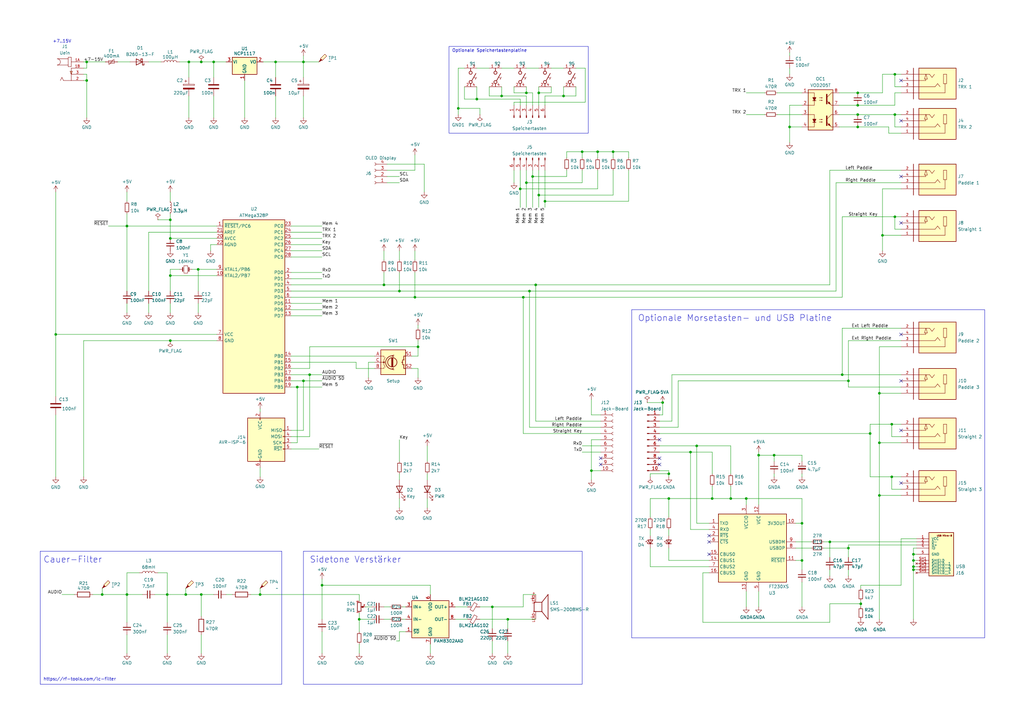
<source format=kicad_sch>
(kicad_sch (version 20230121) (generator eeschema)

  (uuid 854b5595-86e1-4ffa-88fb-a2c16da0c22c)

  (paper "A3")

  (title_block
    (title "BJ-Keyer")
    (date "2023-05-20")
    (rev "1.01")
    (company "Tom, DL7BJ")
    (comment 1 "Morsekeyer für 2 TRX, 3 Paddle, 3 Handtasten")
    (comment 2 "tom@dl7bj.de - https://isnix.de")
  )

  

  (junction (at 238.76 62.23) (diameter 0) (color 0 0 0 0)
    (uuid 012b8c40-5bd1-4c6b-8b9d-a12986167771)
  )
  (junction (at 121.92 158.75) (diameter 0) (color 0 0 0 0)
    (uuid 014ceaa4-fa7e-4db9-b9ff-3ef3bc6ea093)
  )
  (junction (at 113.03 25.4) (diameter 0) (color 0 0 0 0)
    (uuid 05dc2993-11a4-4c06-bca4-2ff5b931ce8b)
  )
  (junction (at 360.68 203.2) (diameter 0) (color 0 0 0 0)
    (uuid 0b45b948-3288-4c68-8fdb-879697d073cf)
  )
  (junction (at 274.32 194.31) (diameter 0) (color 0 0 0 0)
    (uuid 113fd192-3dfa-4837-8841-62ea3aa87fe7)
  )
  (junction (at 219.71 116.84) (diameter 0) (color 0 0 0 0)
    (uuid 129ec209-c009-41f4-a251-fedf7ecf3f6e)
  )
  (junction (at 245.11 62.23) (diameter 0) (color 0 0 0 0)
    (uuid 12b4c8ff-8445-4945-8463-faefea66e8d5)
  )
  (junction (at 351.79 38.1) (diameter 0) (color 0 0 0 0)
    (uuid 13a3db63-ba96-4088-a25d-116d39aafa04)
  )
  (junction (at 124.46 25.4) (diameter 0) (color 0 0 0 0)
    (uuid 13aa5b90-1215-4eeb-a429-8928746b66df)
  )
  (junction (at 201.93 248.92) (diameter 0) (color 0 0 0 0)
    (uuid 1fbcda24-77ef-4942-996b-67e77aa35ab7)
  )
  (junction (at 87.63 25.4) (diameter 0) (color 0 0 0 0)
    (uuid 233a0de2-9094-46a8-b702-87c4c87c6075)
  )
  (junction (at 76.2 243.84) (diameter 0) (color 0 0 0 0)
    (uuid 240aebaa-648e-47dd-8cdc-57cfcf26ccd9)
  )
  (junction (at 69.85 97.79) (diameter 0) (color 0 0 0 0)
    (uuid 242bec4b-dae9-4218-8182-0035cac71af4)
  )
  (junction (at 215.9 38.1) (diameter 0) (color 0 0 0 0)
    (uuid 259bc5f7-83b4-42a5-ad7b-dca121889d15)
  )
  (junction (at 271.78 165.1) (diameter 0) (color 0 0 0 0)
    (uuid 28ca6e13-3b5c-4652-aa7e-f18182ffaec7)
  )
  (junction (at 69.85 90.17) (diameter 0) (color 0 0 0 0)
    (uuid 28d656d2-e4ba-47c9-bf3f-e2dbac7b60ca)
  )
  (junction (at 218.44 72.39) (diameter 0) (color 0 0 0 0)
    (uuid 29e280c9-0a5f-469c-80e7-ab210f563533)
  )
  (junction (at 283.21 185.42) (diameter 0) (color 0 0 0 0)
    (uuid 2adc8c31-1d9b-4f33-9ce4-3faffb513044)
  )
  (junction (at 361.95 96.52) (diameter 0) (color 0 0 0 0)
    (uuid 2ae238eb-b34c-43ec-8a66-a28987b3d100)
  )
  (junction (at 170.18 121.92) (diameter 0) (color 0 0 0 0)
    (uuid 322bc56b-254f-4738-97f4-bfc5d184717d)
  )
  (junction (at 157.48 116.84) (diameter 0) (color 0 0 0 0)
    (uuid 358f8d11-7143-4a8d-b83a-163449e23caf)
  )
  (junction (at 82.55 243.84) (diameter 0) (color 0 0 0 0)
    (uuid 433aa2e6-072b-487a-842b-3cee4b8100e1)
  )
  (junction (at 195.58 40.64) (diameter 0) (color 0 0 0 0)
    (uuid 43cf86fa-d34b-49d1-91ca-31f048a81b63)
  )
  (junction (at 356.87 177.8) (diameter 0) (color 0 0 0 0)
    (uuid 4586e087-b9ec-421a-a6b4-2400358c69c0)
  )
  (junction (at 22.86 137.16) (diameter 0) (color 0 0 0 0)
    (uuid 497e8db0-8dd0-49b4-b7ff-3b129ea684cc)
  )
  (junction (at 251.46 62.23) (diameter 0) (color 0 0 0 0)
    (uuid 4a78f394-33e8-4b5c-ad4e-c5da83798d55)
  )
  (junction (at 306.07 204.47) (diameter 0) (color 0 0 0 0)
    (uuid 5000c705-9a09-4635-827c-c70ff99f3167)
  )
  (junction (at 220.98 80.01) (diameter 0) (color 0 0 0 0)
    (uuid 50986459-e467-466a-b2d8-fa7e988f2215)
  )
  (junction (at 317.5 186.69) (diameter 0) (color 0 0 0 0)
    (uuid 5201eadb-d70d-4528-bc26-cc231e489aa3)
  )
  (junction (at 68.58 243.84) (diameter 0) (color 0 0 0 0)
    (uuid 56922f31-6580-403d-b410-b802ca0dee8a)
  )
  (junction (at 81.28 110.49) (diameter 0) (color 0 0 0 0)
    (uuid 5c422fbd-3fae-427b-aa02-c29c173ad9e8)
  )
  (junction (at 365.76 195.58) (diameter 0) (color 0 0 0 0)
    (uuid 5eefc87f-040e-4b75-a5db-9f76c200a93d)
  )
  (junction (at 77.47 25.4) (diameter 0) (color 0 0 0 0)
    (uuid 66233eaf-b01d-4143-9d04-d6a7a556f232)
  )
  (junction (at 311.15 186.69) (diameter 0) (color 0 0 0 0)
    (uuid 68028c4d-33d3-4d6c-952b-03802caae2be)
  )
  (junction (at 35.56 33.02) (diameter 0) (color 0 0 0 0)
    (uuid 6c1459a7-2770-402c-9cea-c5ea227a79cf)
  )
  (junction (at 215.9 74.93) (diameter 0) (color 0 0 0 0)
    (uuid 7aeb6820-aede-4d56-9e45-458d1287579c)
  )
  (junction (at 69.85 139.7) (diameter 0) (color 0 0 0 0)
    (uuid 7ec600be-cd9a-4fec-9fb2-36145bd06810)
  )
  (junction (at 323.85 52.07) (diameter 0) (color 0 0 0 0)
    (uuid 832f52b9-f546-45bd-8a68-52ebab615251)
  )
  (junction (at 351.79 46.99) (diameter 0) (color 0 0 0 0)
    (uuid 85372248-2840-4477-b1bb-57157a20b7f0)
  )
  (junction (at 231.14 39.37) (diameter 0) (color 0 0 0 0)
    (uuid 8638d427-0da7-4a3c-b301-4aaa807c06c4)
  )
  (junction (at 132.08 240.03) (diameter 0) (color 0 0 0 0)
    (uuid 8b3fabeb-1605-4238-8afb-172028c7cc55)
  )
  (junction (at 351.79 43.18) (diameter 0) (color 0 0 0 0)
    (uuid 8b853de2-3bcf-4464-b368-e5f24f701fd5)
  )
  (junction (at 374.65 227.33) (diameter 0) (color 0 0 0 0)
    (uuid 8e3ac8f4-9975-4fb4-aee7-d3d23f775cdc)
  )
  (junction (at 52.07 243.84) (diameter 0) (color 0 0 0 0)
    (uuid 94b58a66-4300-4f15-b53c-1f03e25cf020)
  )
  (junction (at 187.96 44.45) (diameter 0) (color 0 0 0 0)
    (uuid 9897d8f6-6c44-49ef-877f-ff7e5e177aa8)
  )
  (junction (at 367.03 30.48) (diameter 0) (color 0 0 0 0)
    (uuid 9b3b1e57-f2c3-4d24-8aae-a88ede67d6d0)
  )
  (junction (at 171.45 142.24) (diameter 0) (color 0 0 0 0)
    (uuid 9c4e9e38-b614-4639-baed-448eb702c5a2)
  )
  (junction (at 374.65 233.68) (diameter 0) (color 0 0 0 0)
    (uuid 9fe34222-ae21-4c9f-9e51-4c009067a4f2)
  )
  (junction (at 367.03 88.9) (diameter 0) (color 0 0 0 0)
    (uuid a2a2c002-c013-4ef7-b8be-207bbab88082)
  )
  (junction (at 242.57 193.04) (diameter 0) (color 0 0 0 0)
    (uuid a6493884-234a-4ed2-94a6-9f31d0052b22)
  )
  (junction (at 292.1 204.47) (diameter 0) (color 0 0 0 0)
    (uuid a910aed4-3423-4ce0-9b31-c6806253823b)
  )
  (junction (at 220.98 38.1) (diameter 0) (color 0 0 0 0)
    (uuid a9719473-84b7-4406-ad97-8824100b74e6)
  )
  (junction (at 106.68 243.84) (diameter 0) (color 0 0 0 0)
    (uuid ab397ffe-1059-4e13-8f78-f9b70f55f4f0)
  )
  (junction (at 374.65 229.87) (diameter 0) (color 0 0 0 0)
    (uuid acfa9cef-d397-47aa-afa4-87196ed243dd)
  )
  (junction (at 345.44 153.67) (diameter 0) (color 0 0 0 0)
    (uuid ae9c246e-5d69-44f0-85e4-a33a73d7756b)
  )
  (junction (at 374.65 232.41) (diameter 0) (color 0 0 0 0)
    (uuid af23fec2-c6cd-49b1-ab0a-0377e7033ca0)
  )
  (junction (at 127 153.67) (diameter 0) (color 0 0 0 0)
    (uuid b2e4ff79-b1ed-4fa7-b3ef-bd80f441c365)
  )
  (junction (at 328.93 214.63) (diameter 0) (color 0 0 0 0)
    (uuid b432e85c-f87c-4c74-9a35-d233faeb513c)
  )
  (junction (at 353.06 247.65) (diameter 0) (color 0 0 0 0)
    (uuid b6ec59be-516a-4107-a6b2-875834c210e1)
  )
  (junction (at 208.28 254) (diameter 0) (color 0 0 0 0)
    (uuid b7b361e7-fa8c-4d56-a195-a0758190508a)
  )
  (junction (at 340.36 222.25) (diameter 0) (color 0 0 0 0)
    (uuid baad58e0-6777-4383-af5a-0c1d547f98e7)
  )
  (junction (at 35.56 25.4) (diameter 0) (color 0 0 0 0)
    (uuid bb8b1b82-ede1-4d62-8673-d18106a88598)
  )
  (junction (at 351.79 52.07) (diameter 0) (color 0 0 0 0)
    (uuid bb8e9b7a-8a69-42b0-8811-7507f9205bc5)
  )
  (junction (at 163.83 119.38) (diameter 0) (color 0 0 0 0)
    (uuid bd05bd30-18aa-4309-967f-6645054d9892)
  )
  (junction (at 360.68 181.61) (diameter 0) (color 0 0 0 0)
    (uuid be114405-82a6-400e-a5c3-2202b1d372ae)
  )
  (junction (at 214.63 121.92) (diameter 0) (color 0 0 0 0)
    (uuid bfd76a72-581f-4fc0-b245-6fc2ca2e3e7b)
  )
  (junction (at 223.52 82.55) (diameter 0) (color 0 0 0 0)
    (uuid c3fa369f-43f3-452e-a1a4-0a3ccc473d1d)
  )
  (junction (at 213.36 77.47) (diameter 0) (color 0 0 0 0)
    (uuid cb830e41-f1cf-4f5d-ab54-2020419b00a4)
  )
  (junction (at 367.03 46.99) (diameter 0) (color 0 0 0 0)
    (uuid d2fcabda-264b-41ea-8feb-1a1740759d1a)
  )
  (junction (at 347.98 224.79) (diameter 0) (color 0 0 0 0)
    (uuid d8bb64cb-fdda-4fad-95ee-ea6f741d37bb)
  )
  (junction (at 69.85 113.03) (diameter 0) (color 0 0 0 0)
    (uuid dd1d87d5-ae7e-4435-b054-339396340513)
  )
  (junction (at 217.17 119.38) (diameter 0) (color 0 0 0 0)
    (uuid e5558329-c883-4269-9712-2cd77583559e)
  )
  (junction (at 52.07 92.71) (diameter 0) (color 0 0 0 0)
    (uuid e6b7622d-4eca-42d5-a90f-0fa6d145fc6b)
  )
  (junction (at 365.76 173.99) (diameter 0) (color 0 0 0 0)
    (uuid e87b0023-b8f1-43a5-bf42-a9afbd49de91)
  )
  (junction (at 360.68 161.29) (diameter 0) (color 0 0 0 0)
    (uuid e89c0e52-dc09-420a-a74c-93c9f2d4ce8d)
  )
  (junction (at 124.46 156.21) (diameter 0) (color 0 0 0 0)
    (uuid ee1115df-7a96-49be-ba50-031335b68446)
  )
  (junction (at 41.91 243.84) (diameter 0) (color 0 0 0 0)
    (uuid ef150f67-84e9-4e24-8168-55568e5c7184)
  )
  (junction (at 347.98 156.21) (diameter 0) (color 0 0 0 0)
    (uuid ef3080b3-78e8-4829-a7cc-6ca954600de8)
  )
  (junction (at 205.74 39.37) (diameter 0) (color 0 0 0 0)
    (uuid ef44985e-cd88-4ba7-a247-50a038c3c87e)
  )
  (junction (at 299.72 204.47) (diameter 0) (color 0 0 0 0)
    (uuid f097811e-22ea-4603-8505-c32ac204c20a)
  )
  (junction (at 285.75 182.88) (diameter 0) (color 0 0 0 0)
    (uuid f150a03d-33fd-45e5-ac97-baaa49fb24ab)
  )
  (junction (at 274.32 204.47) (diameter 0) (color 0 0 0 0)
    (uuid f3a9997f-c729-4dab-845f-7feac7343b1c)
  )
  (junction (at 328.93 229.87) (diameter 0) (color 0 0 0 0)
    (uuid f3b5a834-aff1-4d0c-b322-590b3be90c33)
  )
  (junction (at 82.55 25.4) (diameter 0) (color 0 0 0 0)
    (uuid f440139d-7e72-4e52-ac27-81b2b8c2a4bb)
  )
  (junction (at 147.32 254) (diameter 0) (color 0 0 0 0)
    (uuid f8648b5f-56a0-4e84-954d-f809080ddb2a)
  )

  (no_connect (at 369.57 137.16) (uuid 2e127829-fe4c-40ba-84f8-01ca0d3bf6c6))
  (no_connect (at 290.83 227.33) (uuid 340178ee-d2dc-444f-8c7e-b00ede0da2ce))
  (no_connect (at 270.51 180.34) (uuid 488fdef4-13e4-4c66-9bdc-461d266fa7a6))
  (no_connect (at 246.38 187.96) (uuid 5f8f81a8-a273-4b25-9e1e-2802dc3d614f))
  (no_connect (at 290.83 222.25) (uuid 740ed114-4f42-454c-8f77-ef7074d0f47b))
  (no_connect (at 246.38 190.5) (uuid 78d2bcc8-717e-4958-af7e-a1167d5f5ddd))
  (no_connect (at 369.57 198.12) (uuid 847986ce-47b9-4dc6-b568-eb44c3426684))
  (no_connect (at 369.57 33.02) (uuid 8a4822bd-aee2-44fb-a109-5218fa1c5613))
  (no_connect (at 369.57 156.21) (uuid 96e2f4f4-3428-40bb-98ae-f83c607aedce))
  (no_connect (at 369.57 72.39) (uuid baf643b0-9d46-4128-a517-3210138fd8bf))
  (no_connect (at 369.57 49.53) (uuid c2eabd4b-f501-4d46-981f-f05e5edf9068))
  (no_connect (at 270.51 190.5) (uuid c7159337-7b1e-4dd1-84c1-731829451068))
  (no_connect (at 270.51 187.96) (uuid cbf08482-69e4-40fb-8052-e274b2257363))
  (no_connect (at 290.83 219.71) (uuid ced1cf68-8b23-4c3b-b6fb-ea9c27d9f56c))
  (no_connect (at 369.57 176.53) (uuid e9a6b52b-d79f-478c-9f41-08ac30e54344))
  (no_connect (at 369.57 91.44) (uuid eb0aa2ff-5e73-4d5b-8e17-87ae7629a749))

  (wire (pts (xy 44.45 92.71) (xy 52.07 92.71))
    (stroke (width 0) (type default))
    (uuid 00d85d07-4839-4c98-a129-21d30fb6d242)
  )
  (wire (pts (xy 69.85 97.79) (xy 88.9 97.79))
    (stroke (width 0) (type default))
    (uuid 00f68684-571e-4277-8311-4dea4d219387)
  )
  (wire (pts (xy 163.83 259.08) (xy 166.37 259.08))
    (stroke (width 0) (type default))
    (uuid 01c35b64-5b61-47ef-afb2-055006d5e293)
  )
  (wire (pts (xy 231.14 39.37) (xy 231.14 35.56))
    (stroke (width 0) (type default))
    (uuid 024552ec-eeee-4785-8910-7a296b22389c)
  )
  (wire (pts (xy 69.85 139.7) (xy 88.9 139.7))
    (stroke (width 0) (type default))
    (uuid 02dccc3b-a63a-4ec0-a21b-347484c54b42)
  )
  (wire (pts (xy 337.82 224.79) (xy 347.98 224.79))
    (stroke (width 0) (type default))
    (uuid 04011f1e-b725-4a2b-b4e8-e01af07e476f)
  )
  (wire (pts (xy 147.32 254) (xy 147.32 259.08))
    (stroke (width 0) (type default))
    (uuid 04d6d9dc-11e9-45dc-be96-9234e7f07739)
  )
  (wire (pts (xy 124.46 156.21) (xy 124.46 176.53))
    (stroke (width 0) (type default))
    (uuid 0541dbfb-c1b8-4d97-9d2d-07cb259e9141)
  )
  (wire (pts (xy 35.56 33.02) (xy 35.56 48.26))
    (stroke (width 0) (type default))
    (uuid 0583f7db-d725-4d98-b159-a1169a4ade52)
  )
  (wire (pts (xy 205.74 35.56) (xy 205.74 39.37))
    (stroke (width 0) (type default))
    (uuid 05a1626e-b705-49a1-ad4a-bbc6443dd7d5)
  )
  (wire (pts (xy 81.28 110.49) (xy 88.9 110.49))
    (stroke (width 0) (type default))
    (uuid 08ad99b4-e4d7-4482-83b6-539e2c1911ae)
  )
  (wire (pts (xy 278.13 156.21) (xy 347.98 156.21))
    (stroke (width 0) (type default))
    (uuid 0a1aa632-5414-41bb-ac6a-a2d37c7bcf48)
  )
  (wire (pts (xy 69.85 113.03) (xy 88.9 113.03))
    (stroke (width 0) (type default))
    (uuid 0c8fa28b-963a-409d-ab3d-df1de66a8da4)
  )
  (wire (pts (xy 215.9 69.85) (xy 215.9 74.93))
    (stroke (width 0) (type default))
    (uuid 0c9f7193-e2e5-48f2-8ad9-2404d7615e98)
  )
  (wire (pts (xy 34.29 139.7) (xy 69.85 139.7))
    (stroke (width 0) (type default))
    (uuid 0d16f51f-8eaa-4e42-9fb9-a4f3fed79a1b)
  )
  (wire (pts (xy 127 153.67) (xy 132.08 153.67))
    (stroke (width 0) (type default))
    (uuid 0f3a6cc7-87f4-4736-9d4d-c45fb743001c)
  )
  (wire (pts (xy 323.85 43.18) (xy 323.85 52.07))
    (stroke (width 0) (type default))
    (uuid 0f5a4310-882a-47dd-80ce-e2f7dc33569c)
  )
  (wire (pts (xy 218.44 38.1) (xy 215.9 38.1))
    (stroke (width 0) (type default))
    (uuid 0f996ffc-cd38-41c0-9de7-863d021527e1)
  )
  (wire (pts (xy 171.45 151.13) (xy 171.45 154.94))
    (stroke (width 0) (type default))
    (uuid 0fcf05e0-37cf-41bf-bd09-5e4c68f8f5ed)
  )
  (wire (pts (xy 311.15 186.69) (xy 311.15 207.01))
    (stroke (width 0) (type default))
    (uuid 10262007-8273-4bb8-8ab5-1b4d17251d51)
  )
  (wire (pts (xy 113.03 25.4) (xy 124.46 25.4))
    (stroke (width 0) (type default))
    (uuid 10f09998-e973-4e80-8000-0a4fd5cf6e10)
  )
  (wire (pts (xy 364.49 52.07) (xy 364.49 54.61))
    (stroke (width 0) (type default))
    (uuid 1140eded-6bf3-4d64-a25c-5e5115de7ce5)
  )
  (wire (pts (xy 171.45 142.24) (xy 171.45 146.05))
    (stroke (width 0) (type default))
    (uuid 114ebff9-fc04-4bde-8812-8b8f7ab02470)
  )
  (wire (pts (xy 240.03 41.91) (xy 210.82 41.91))
    (stroke (width 0) (type default))
    (uuid 11e44898-df8e-43ae-83fb-07ab748fe6d0)
  )
  (wire (pts (xy 119.38 111.76) (xy 132.08 111.76))
    (stroke (width 0) (type default))
    (uuid 120f1f2e-3eb5-4ea1-a531-88ec268f0ede)
  )
  (wire (pts (xy 251.46 80.01) (xy 220.98 80.01))
    (stroke (width 0) (type default))
    (uuid 12265ce8-d30a-47ec-99a6-eb2624b1f9fe)
  )
  (wire (pts (xy 76.2 241.3) (xy 76.2 243.84))
    (stroke (width 0) (type default))
    (uuid 12f51350-8436-4351-8f11-4ec1fe26b381)
  )
  (wire (pts (xy 257.81 82.55) (xy 223.52 82.55))
    (stroke (width 0) (type default))
    (uuid 12f596b4-2a1b-4bfe-8068-ee184f23474c)
  )
  (wire (pts (xy 220.98 35.56) (xy 220.98 38.1))
    (stroke (width 0) (type default))
    (uuid 13d6c657-d211-4d01-95f2-421aa66e7803)
  )
  (wire (pts (xy 232.41 72.39) (xy 218.44 72.39))
    (stroke (width 0) (type default))
    (uuid 14bb3b84-d5cd-4680-94e2-b5378527d5ed)
  )
  (wire (pts (xy 170.18 121.92) (xy 214.63 121.92))
    (stroke (width 0) (type default))
    (uuid 14c5bd66-0c27-49e5-a4e2-e95f37576826)
  )
  (wire (pts (xy 119.38 129.54) (xy 132.08 129.54))
    (stroke (width 0) (type default))
    (uuid 150ca36d-4c33-474c-aa20-f8e3892306b4)
  )
  (wire (pts (xy 356.87 195.58) (xy 365.76 195.58))
    (stroke (width 0) (type default))
    (uuid 15a71dbb-f0f2-491f-9561-c304bfd19051)
  )
  (wire (pts (xy 353.06 246.38) (xy 353.06 247.65))
    (stroke (width 0) (type default))
    (uuid 16017457-3cb9-40e3-86a0-591c6f72319d)
  )
  (wire (pts (xy 232.41 69.85) (xy 232.41 72.39))
    (stroke (width 0) (type default))
    (uuid 1646e9f2-e841-4f5d-ad06-cdd69e880f89)
  )
  (wire (pts (xy 163.83 180.34) (xy 163.83 189.23))
    (stroke (width 0) (type default))
    (uuid 169c634a-2005-4f10-8647-c654626c13a2)
  )
  (wire (pts (xy 306.07 38.1) (xy 313.69 38.1))
    (stroke (width 0) (type default))
    (uuid 17889252-f3f6-4e48-8213-86d3ac300c36)
  )
  (wire (pts (xy 292.1 185.42) (xy 292.1 194.31))
    (stroke (width 0) (type default))
    (uuid 179d2717-b7ef-4c24-86f3-b2a930475c49)
  )
  (wire (pts (xy 187.96 27.94) (xy 190.5 27.94))
    (stroke (width 0) (type default))
    (uuid 17ebd5bb-49ec-4c65-bff8-898a73dddb5c)
  )
  (wire (pts (xy 351.79 38.1) (xy 361.95 38.1))
    (stroke (width 0) (type default))
    (uuid 181e3c17-5ee7-4442-9dfc-98f599fee3fc)
  )
  (wire (pts (xy 34.29 33.02) (xy 35.56 33.02))
    (stroke (width 0) (type default))
    (uuid 18819fb2-e15d-4a93-96ae-423b837df9d9)
  )
  (wire (pts (xy 245.11 62.23) (xy 245.11 64.77))
    (stroke (width 0) (type default))
    (uuid 18d1c367-a332-42b0-a196-76894c495ede)
  )
  (wire (pts (xy 288.29 234.95) (xy 288.29 255.27))
    (stroke (width 0) (type default))
    (uuid 19cce670-ceba-4447-9591-d0fe04cf7f5f)
  )
  (wire (pts (xy 214.63 243.84) (xy 214.63 248.92))
    (stroke (width 0) (type default))
    (uuid 1a1d2784-47a4-4027-8bb7-07a49bf867e5)
  )
  (wire (pts (xy 353.06 247.65) (xy 353.06 248.92))
    (stroke (width 0) (type default))
    (uuid 1a663290-31b9-45bb-b094-6db7e88b3cfd)
  )
  (wire (pts (xy 119.38 95.25) (xy 132.08 95.25))
    (stroke (width 0) (type default))
    (uuid 1bc86a9d-25cc-4c0d-983a-f720f0b0eb8e)
  )
  (wire (pts (xy 326.39 229.87) (xy 328.93 229.87))
    (stroke (width 0) (type default))
    (uuid 1bf776e3-526e-4ee3-ad6a-78b462be4d36)
  )
  (wire (pts (xy 163.83 204.47) (xy 163.83 208.28))
    (stroke (width 0) (type default))
    (uuid 1cd5f937-d236-49c7-a662-cae572f33993)
  )
  (wire (pts (xy 158.75 74.93) (xy 163.83 74.93))
    (stroke (width 0) (type default))
    (uuid 1ce9891e-de8d-46d8-be4f-a2b1c4f0d2b7)
  )
  (wire (pts (xy 374.65 224.79) (xy 374.65 227.33))
    (stroke (width 0) (type default))
    (uuid 1ceb78a6-116b-491b-95fc-6f46815edd03)
  )
  (wire (pts (xy 360.68 142.24) (xy 369.57 142.24))
    (stroke (width 0) (type default))
    (uuid 1e302f35-a27b-4463-9dc7-1b91d120e9ee)
  )
  (wire (pts (xy 223.52 69.85) (xy 223.52 82.55))
    (stroke (width 0) (type default))
    (uuid 1e42e175-c1b2-4057-b893-a5f85146a7cc)
  )
  (wire (pts (xy 132.08 259.08) (xy 132.08 267.97))
    (stroke (width 0) (type default))
    (uuid 1efae536-12bf-4904-9936-cf00171ddc2b)
  )
  (wire (pts (xy 87.63 39.37) (xy 87.63 48.26))
    (stroke (width 0) (type default))
    (uuid 1f638e34-ee4d-4b69-9486-58829b649b8b)
  )
  (wire (pts (xy 340.36 247.65) (xy 353.06 247.65))
    (stroke (width 0) (type default))
    (uuid 1f765b9f-e1d9-4e9c-bbf4-b2aec1a7c91d)
  )
  (wire (pts (xy 41.91 241.3) (xy 41.91 243.84))
    (stroke (width 0) (type default))
    (uuid 202054d2-deea-4707-b94f-a131d0131d8f)
  )
  (wire (pts (xy 157.48 111.76) (xy 157.48 116.84))
    (stroke (width 0) (type default))
    (uuid 20ade33e-0cf2-4da7-89d8-2c579a3343e2)
  )
  (wire (pts (xy 195.58 40.64) (xy 190.5 40.64))
    (stroke (width 0) (type default))
    (uuid 20f89181-e965-45f3-adeb-598edcf3ac1f)
  )
  (wire (pts (xy 328.93 233.68) (xy 328.93 229.87))
    (stroke (width 0) (type default))
    (uuid 210acafa-9217-4fad-bc2d-1a9caa89acb7)
  )
  (wire (pts (xy 374.65 229.87) (xy 375.92 229.87))
    (stroke (width 0) (type default))
    (uuid 211cc5e1-2850-4836-b32f-903e8b19ab4c)
  )
  (wire (pts (xy 274.32 204.47) (xy 266.7 204.47))
    (stroke (width 0) (type default))
    (uuid 2150c2ce-2b46-4f20-8edd-dd6f683b947d)
  )
  (wire (pts (xy 360.68 142.24) (xy 360.68 161.29))
    (stroke (width 0) (type default))
    (uuid 21c1b368-cb21-45a3-b86f-e52138ebcc0f)
  )
  (wire (pts (xy 106.68 241.3) (xy 106.68 243.84))
    (stroke (width 0) (type default))
    (uuid 220cb0ad-c9a5-4d03-9c20-5569bb7b3aa4)
  )
  (wire (pts (xy 157.48 248.92) (xy 160.02 248.92))
    (stroke (width 0) (type default))
    (uuid 223f9ec6-3278-43a6-b152-22d101f83404)
  )
  (wire (pts (xy 205.74 39.37) (xy 200.66 39.37))
    (stroke (width 0) (type default))
    (uuid 22e97816-049a-49d7-90b4-db208ac014aa)
  )
  (wire (pts (xy 270.51 175.26) (xy 278.13 175.26))
    (stroke (width 0) (type default))
    (uuid 230dd116-e0a0-4679-bb9d-f3798fe952fe)
  )
  (wire (pts (xy 119.38 156.21) (xy 124.46 156.21))
    (stroke (width 0) (type default))
    (uuid 235bc4e6-c9d1-4aad-a89f-f42585ce3767)
  )
  (wire (pts (xy 176.53 264.16) (xy 176.53 267.97))
    (stroke (width 0) (type default))
    (uuid 24a16e44-8469-4a53-bf15-c9cdbed7366b)
  )
  (wire (pts (xy 119.38 184.15) (xy 130.81 184.15))
    (stroke (width 0) (type default))
    (uuid 25082a05-e728-413d-b2d7-8d4b2ab67237)
  )
  (wire (pts (xy 347.98 224.79) (xy 347.98 228.6))
    (stroke (width 0) (type default))
    (uuid 25277dcc-76a8-4ff4-8ed0-8cde19b8807c)
  )
  (wire (pts (xy 106.68 167.64) (xy 106.68 168.91))
    (stroke (width 0) (type default))
    (uuid 267cef51-7b57-4f2b-a69b-e7876f15b9e5)
  )
  (wire (pts (xy 299.72 204.47) (xy 292.1 204.47))
    (stroke (width 0) (type default))
    (uuid 2786d5ba-5e3a-49ae-ac6f-a952f5db13af)
  )
  (wire (pts (xy 146.05 151.13) (xy 153.67 151.13))
    (stroke (width 0) (type default))
    (uuid 27c34eaf-0c9f-434e-bda9-f799e05c017f)
  )
  (wire (pts (xy 78.74 110.49) (xy 81.28 110.49))
    (stroke (width 0) (type default))
    (uuid 283cabff-69e9-41fe-a6f3-b4704b680bc2)
  )
  (wire (pts (xy 328.93 238.76) (xy 328.93 248.92))
    (stroke (width 0) (type default))
    (uuid 2862e68e-e124-4bce-80d9-003da3e8735c)
  )
  (wire (pts (xy 170.18 111.76) (xy 170.18 121.92))
    (stroke (width 0) (type default))
    (uuid 2869cf22-0e5a-4744-8f7b-e82d2abacd13)
  )
  (wire (pts (xy 270.51 170.18) (xy 271.78 170.18))
    (stroke (width 0) (type default))
    (uuid 28ff4f01-5d43-4c60-81fb-bf07fdc48515)
  )
  (wire (pts (xy 369.57 30.48) (xy 367.03 30.48))
    (stroke (width 0) (type default))
    (uuid 2a97c070-dbd3-4e7f-9405-ee4713d6cdbd)
  )
  (wire (pts (xy 271.78 170.18) (xy 271.78 165.1))
    (stroke (width 0) (type default))
    (uuid 2b144e7a-038b-488f-b314-95bcf4a864ac)
  )
  (wire (pts (xy 328.93 194.31) (xy 328.93 195.58))
    (stroke (width 0) (type default))
    (uuid 2b22de7f-265e-4ce2-9375-c3d9799e2f96)
  )
  (wire (pts (xy 323.85 21.59) (xy 323.85 22.86))
    (stroke (width 0) (type default))
    (uuid 2c77a84b-e6c1-4e61-be85-5b881945b4a5)
  )
  (wire (pts (xy 323.85 27.94) (xy 323.85 30.48))
    (stroke (width 0) (type default))
    (uuid 2d1164d1-d591-40fb-bd79-72821d63470c)
  )
  (wire (pts (xy 87.63 25.4) (xy 92.71 25.4))
    (stroke (width 0) (type default))
    (uuid 2dd19300-63cf-4230-9fba-4e65cc295843)
  )
  (wire (pts (xy 215.9 43.18) (xy 215.9 39.37))
    (stroke (width 0) (type default))
    (uuid 2e8a2bc2-0908-4812-b600-73c4ea75098d)
  )
  (wire (pts (xy 68.58 234.95) (xy 68.58 243.84))
    (stroke (width 0) (type default))
    (uuid 2ec30865-54a6-4ac2-a420-4870dd807090)
  )
  (wire (pts (xy 102.87 243.84) (xy 106.68 243.84))
    (stroke (width 0) (type default))
    (uuid 2ef4a4fb-4380-4061-bfa6-78901cfb0c2d)
  )
  (wire (pts (xy 340.36 222.25) (xy 375.92 222.25))
    (stroke (width 0) (type default))
    (uuid 2f22fba5-0577-4f2a-8fb3-9b60640caef0)
  )
  (wire (pts (xy 119.38 102.87) (xy 132.08 102.87))
    (stroke (width 0) (type default))
    (uuid 2f3397c4-4f47-436f-9178-d80ea865ca5e)
  )
  (wire (pts (xy 356.87 173.99) (xy 365.76 173.99))
    (stroke (width 0) (type default))
    (uuid 31da6676-243c-4ff1-bc2b-3a965b397216)
  )
  (wire (pts (xy 163.83 102.87) (xy 163.83 106.68))
    (stroke (width 0) (type default))
    (uuid 32086f30-3658-467a-8355-efdcf4c60b10)
  )
  (wire (pts (xy 347.98 158.75) (xy 347.98 156.21))
    (stroke (width 0) (type default))
    (uuid 338db1c9-1b05-4297-90bf-b63f4b18c7e5)
  )
  (wire (pts (xy 158.75 72.39) (xy 163.83 72.39))
    (stroke (width 0) (type default))
    (uuid 33fc2d12-ad63-4a4f-9905-f6e53221169a)
  )
  (wire (pts (xy 157.48 102.87) (xy 157.48 106.68))
    (stroke (width 0) (type default))
    (uuid 3447e872-3076-4c7e-9bb0-1f751dedd8d0)
  )
  (wire (pts (xy 81.28 110.49) (xy 81.28 119.38))
    (stroke (width 0) (type default))
    (uuid 344bfb22-738f-4c66-8478-a911911446fc)
  )
  (wire (pts (xy 124.46 176.53) (xy 119.38 176.53))
    (stroke (width 0) (type default))
    (uuid 35817b34-81f0-4ad3-b678-ce0ba89f528b)
  )
  (wire (pts (xy 52.07 78.74) (xy 52.07 82.55))
    (stroke (width 0) (type default))
    (uuid 35f28c74-3c48-4237-85e2-b5b6be8c77b2)
  )
  (wire (pts (xy 283.21 217.17) (xy 283.21 185.42))
    (stroke (width 0) (type default))
    (uuid 366723fc-58c3-4668-b227-29d24e28a9fa)
  )
  (wire (pts (xy 275.59 172.72) (xy 270.51 172.72))
    (stroke (width 0) (type default))
    (uuid 3721b86f-7d22-4efd-9402-4acec43aef3a)
  )
  (wire (pts (xy 218.44 69.85) (xy 218.44 72.39))
    (stroke (width 0) (type default))
    (uuid 373537c7-79f3-4cb0-aeef-e6677d1b30c7)
  )
  (wire (pts (xy 106.68 243.84) (xy 147.32 243.84))
    (stroke (width 0) (type default))
    (uuid 3874d1a0-39a5-4c70-848c-1b2a6681b56f)
  )
  (wire (pts (xy 369.57 93.98) (xy 367.03 93.98))
    (stroke (width 0) (type default))
    (uuid 38b98cc2-1e43-4e43-8d3e-7608626e6e77)
  )
  (wire (pts (xy 374.65 232.41) (xy 375.92 232.41))
    (stroke (width 0) (type default))
    (uuid 39088f91-27d9-46d7-b445-dc76179e8c45)
  )
  (wire (pts (xy 86.36 102.87) (xy 86.36 100.33))
    (stroke (width 0) (type default))
    (uuid 39d57b7a-ec5c-4b45-8720-405f3df00412)
  )
  (wire (pts (xy 64.77 234.95) (xy 68.58 234.95))
    (stroke (width 0) (type default))
    (uuid 3ad9dea7-ec07-4033-b625-5c22ee2d5e26)
  )
  (wire (pts (xy 290.83 232.41) (xy 266.7 232.41))
    (stroke (width 0) (type default))
    (uuid 3ba5e0cc-d6ce-47b0-8933-dd888db9eacb)
  )
  (wire (pts (xy 242.57 193.04) (xy 242.57 196.85))
    (stroke (width 0) (type default))
    (uuid 3d1f44ab-d708-4aaf-8067-3ecf5d7073fd)
  )
  (wire (pts (xy 242.57 170.18) (xy 242.57 163.83))
    (stroke (width 0) (type default))
    (uuid 3d54d01b-929e-4ec9-9e54-0de79276d6fb)
  )
  (wire (pts (xy 274.32 204.47) (xy 274.32 212.09))
    (stroke (width 0) (type default))
    (uuid 3da3274a-a094-4b27-bcfd-bebf503f734e)
  )
  (wire (pts (xy 119.38 124.46) (xy 132.08 124.46))
    (stroke (width 0) (type default))
    (uuid 3dc8fcaa-efeb-44cc-9615-95de9d6af91b)
  )
  (wire (pts (xy 218.44 72.39) (xy 218.44 85.09))
    (stroke (width 0) (type default))
    (uuid 3ed09e44-230d-4732-8ba9-986ff24ab574)
  )
  (wire (pts (xy 344.17 46.99) (xy 351.79 46.99))
    (stroke (width 0) (type default))
    (uuid 40010b87-9d63-4d23-b338-6796a665847f)
  )
  (wire (pts (xy 119.38 181.61) (xy 121.92 181.61))
    (stroke (width 0) (type default))
    (uuid 407783b0-8bcf-45ca-bf59-7e0019bbb7a1)
  )
  (wire (pts (xy 175.26 204.47) (xy 175.26 208.28))
    (stroke (width 0) (type default))
    (uuid 408bb0d1-d6fe-4346-80fc-93be0a993ecc)
  )
  (wire (pts (xy 163.83 119.38) (xy 217.17 119.38))
    (stroke (width 0) (type default))
    (uuid 41b48feb-c443-4693-97e7-11e09180eb65)
  )
  (wire (pts (xy 210.82 38.1) (xy 210.82 35.56))
    (stroke (width 0) (type default))
    (uuid 4288f65d-9e7c-49dd-b520-11c89bbe8c1e)
  )
  (wire (pts (xy 238.76 62.23) (xy 245.11 62.23))
    (stroke (width 0) (type default))
    (uuid 429964dc-5a08-4478-b22e-feff29520c18)
  )
  (wire (pts (xy 196.85 248.92) (xy 201.93 248.92))
    (stroke (width 0) (type default))
    (uuid 43ab2574-0da3-42a7-917f-6231de09417d)
  )
  (wire (pts (xy 208.28 254) (xy 219.71 254))
    (stroke (width 0) (type default))
    (uuid 44840d06-7b85-4c78-b7a2-e972d8927739)
  )
  (wire (pts (xy 245.11 69.85) (xy 245.11 77.47))
    (stroke (width 0) (type default))
    (uuid 44d88d39-fbfd-464c-bbdc-7490b7472d3a)
  )
  (wire (pts (xy 367.03 35.56) (xy 367.03 30.48))
    (stroke (width 0) (type default))
    (uuid 4515b37d-9faf-489d-a923-87facafaed44)
  )
  (wire (pts (xy 367.03 52.07) (xy 367.03 46.99))
    (stroke (width 0) (type default))
    (uuid 45246bf4-da22-4aa8-9bc1-4bbc6adcbb28)
  )
  (wire (pts (xy 345.44 134.62) (xy 369.57 134.62))
    (stroke (width 0) (type default))
    (uuid 45313cc8-da24-4896-b19d-a63aae565e95)
  )
  (wire (pts (xy 360.68 161.29) (xy 369.57 161.29))
    (stroke (width 0) (type default))
    (uuid 459f6874-df9c-4ff2-9668-ee869dc81e00)
  )
  (wire (pts (xy 210.82 69.85) (xy 210.82 74.93))
    (stroke (width 0) (type default))
    (uuid 46102f0f-ed6d-4bea-a49c-98f412f91191)
  )
  (wire (pts (xy 22.86 170.18) (xy 22.86 195.58))
    (stroke (width 0) (type default))
    (uuid 4628d9ad-ee4a-4569-b877-e6aefe8041ab)
  )
  (wire (pts (xy 369.57 220.98) (xy 369.57 240.03))
    (stroke (width 0) (type default))
    (uuid 46b95a8e-cbf4-4976-9b96-f2109e122f5d)
  )
  (wire (pts (xy 317.5 194.31) (xy 317.5 195.58))
    (stroke (width 0) (type default))
    (uuid 4757d77b-1075-4d5d-aa21-0c105d096eda)
  )
  (wire (pts (xy 205.74 27.94) (xy 210.82 27.94))
    (stroke (width 0) (type default))
    (uuid 4767a62e-0703-4f87-a624-937bafb334c8)
  )
  (wire (pts (xy 365.76 173.99) (xy 369.57 173.99))
    (stroke (width 0) (type default))
    (uuid 47a29275-61be-4a09-8d25-e6360374a611)
  )
  (wire (pts (xy 217.17 119.38) (xy 217.17 175.26))
    (stroke (width 0) (type default))
    (uuid 47d81aa6-47d9-4526-bfb5-a26bba740b9e)
  )
  (wire (pts (xy 347.98 139.7) (xy 369.57 139.7))
    (stroke (width 0) (type default))
    (uuid 48023d03-8a37-4be5-8d7b-a3f0423e34ce)
  )
  (wire (pts (xy 374.65 233.68) (xy 374.65 254))
    (stroke (width 0) (type default))
    (uuid 48058777-7791-4407-8830-357ceb2531a3)
  )
  (wire (pts (xy 367.03 38.1) (xy 369.57 38.1))
    (stroke (width 0) (type default))
    (uuid 48aac6e6-3c1f-44bd-bfe0-7f862389cf53)
  )
  (wire (pts (xy 360.68 161.29) (xy 360.68 181.61))
    (stroke (width 0) (type default))
    (uuid 493c280b-f1a1-4440-ac2d-eb89992f998d)
  )
  (wire (pts (xy 69.85 110.49) (xy 69.85 113.03))
    (stroke (width 0) (type default))
    (uuid 4c0428a2-021d-4734-a7f2-d4ee4e82b59d)
  )
  (wire (pts (xy 299.72 194.31) (xy 299.72 182.88))
    (stroke (width 0) (type default))
    (uuid 4c5d1b9e-2bed-4225-a986-bc3ff61cfed8)
  )
  (wire (pts (xy 195.58 35.56) (xy 195.58 40.64))
    (stroke (width 0) (type default))
    (uuid 4c6d8e6c-e064-4633-8398-45a26a6dcea8)
  )
  (wire (pts (xy 367.03 88.9) (xy 367.03 93.98))
    (stroke (width 0) (type default))
    (uuid 4d01a173-a299-4c4c-ae70-15cd8921daa3)
  )
  (wire (pts (xy 223.52 82.55) (xy 223.52 85.09))
    (stroke (width 0) (type default))
    (uuid 4d86e3ab-cfee-4401-9df7-3ac4f43b4fcf)
  )
  (wire (pts (xy 170.18 102.87) (xy 170.18 106.68))
    (stroke (width 0) (type default))
    (uuid 4e93292e-3dad-41c0-84ed-68e7ef71b1b5)
  )
  (wire (pts (xy 369.57 35.56) (xy 367.03 35.56))
    (stroke (width 0) (type default))
    (uuid 4f4b1326-d777-4dc3-805d-e39b54405360)
  )
  (wire (pts (xy 318.77 46.99) (xy 328.93 46.99))
    (stroke (width 0) (type default))
    (uuid 5115acd8-a8f7-4672-89c7-0f2889edf53e)
  )
  (wire (pts (xy 347.98 223.52) (xy 347.98 224.79))
    (stroke (width 0) (type default))
    (uuid 5195bd63-283f-4620-8e1c-23666be0d71b)
  )
  (wire (pts (xy 232.41 62.23) (xy 238.76 62.23))
    (stroke (width 0) (type default))
    (uuid 534c4d72-d7e5-4f8d-86ec-878b488a2d48)
  )
  (wire (pts (xy 356.87 177.8) (xy 270.51 177.8))
    (stroke (width 0) (type default))
    (uuid 5554f9e2-6d82-4aa3-9153-b1a4fcec3e5a)
  )
  (wire (pts (xy 196.85 44.45) (xy 187.96 44.45))
    (stroke (width 0) (type default))
    (uuid 55948b94-afc6-46a7-b400-e675ce68e9bc)
  )
  (wire (pts (xy 215.9 38.1) (xy 210.82 38.1))
    (stroke (width 0) (type default))
    (uuid 56b39ed9-2ed6-402c-b840-cd2d5e594e1a)
  )
  (wire (pts (xy 360.68 203.2) (xy 369.57 203.2))
    (stroke (width 0) (type default))
    (uuid 57648db6-08db-4eed-8204-91a6fae232b5)
  )
  (wire (pts (xy 124.46 39.37) (xy 124.46 48.26))
    (stroke (width 0) (type default))
    (uuid 58a5c4a2-4231-4e4f-a0bd-b01307c6661e)
  )
  (wire (pts (xy 219.71 116.84) (xy 340.36 116.84))
    (stroke (width 0) (type default))
    (uuid 58a8acb9-22a0-4aac-ba26-d6d9a34e3dc6)
  )
  (wire (pts (xy 119.38 100.33) (xy 132.08 100.33))
    (stroke (width 0) (type default))
    (uuid 5964da62-64b4-4668-b440-cffb9f0264a8)
  )
  (wire (pts (xy 69.85 78.74) (xy 69.85 82.55))
    (stroke (width 0) (type default))
    (uuid 59b55e1d-13cf-4bc0-a162-6222ad058ab9)
  )
  (wire (pts (xy 213.36 43.18) (xy 213.36 40.64))
    (stroke (width 0) (type default))
    (uuid 5a990115-538b-4386-8bda-f0b374352ffe)
  )
  (wire (pts (xy 213.36 69.85) (xy 213.36 77.47))
    (stroke (width 0) (type default))
    (uuid 5b4ce265-c10b-4a8a-b6c2-7ee11bd3c463)
  )
  (wire (pts (xy 306.07 207.01) (xy 306.07 204.47))
    (stroke (width 0) (type default))
    (uuid 5ba70fe8-973a-4bf0-9458-903d06fc0b35)
  )
  (wire (pts (xy 266.7 217.17) (xy 266.7 219.71))
    (stroke (width 0) (type default))
    (uuid 5cfc970e-b605-40d3-b4fa-cf8e1f3c2813)
  )
  (wire (pts (xy 147.32 264.16) (xy 147.32 267.97))
    (stroke (width 0) (type default))
    (uuid 5d00b08f-7db8-49d6-a23d-16f9ac6ce96e)
  )
  (wire (pts (xy 251.46 62.23) (xy 257.81 62.23))
    (stroke (width 0) (type default))
    (uuid 5d0b55ed-54bc-4cf1-8067-ec6416b0c2df)
  )
  (wire (pts (xy 275.59 153.67) (xy 345.44 153.67))
    (stroke (width 0) (type default))
    (uuid 5d508eb4-3fe9-4d58-b614-f7c8fa44c98f)
  )
  (wire (pts (xy 266.7 195.58) (xy 266.7 194.31))
    (stroke (width 0) (type default))
    (uuid 5d91aff2-aa1d-4f4c-877b-30ce37e59418)
  )
  (wire (pts (xy 214.63 177.8) (xy 246.38 177.8))
    (stroke (width 0) (type default))
    (uuid 5dc09ca8-e49c-409c-b2f0-b09728cdbf82)
  )
  (wire (pts (xy 113.03 25.4) (xy 113.03 31.75))
    (stroke (width 0) (type default))
    (uuid 5f041cad-304d-48a2-b772-2ab2370d84cc)
  )
  (wire (pts (xy 163.83 262.89) (xy 163.83 259.08))
    (stroke (width 0) (type default))
    (uuid 5f45b321-14e1-4a26-af7d-d962473369d2)
  )
  (wire (pts (xy 35.56 30.48) (xy 35.56 33.02))
    (stroke (width 0) (type default))
    (uuid 5ff45757-0f46-4f13-bf3d-0bf72cf23f0e)
  )
  (wire (pts (xy 81.28 124.46) (xy 81.28 128.27))
    (stroke (width 0) (type default))
    (uuid 601787d9-72cb-4a18-b6a0-0a86e5fb5fc3)
  )
  (wire (pts (xy 119.38 151.13) (xy 127 151.13))
    (stroke (width 0) (type default))
    (uuid 60beed78-cdf9-45df-ad34-4b04e5ffc498)
  )
  (wire (pts (xy 326.39 222.25) (xy 332.74 222.25))
    (stroke (width 0) (type default))
    (uuid 613bf55a-8b88-4472-ab6f-c9d8d82df741)
  )
  (wire (pts (xy 124.46 156.21) (xy 132.08 156.21))
    (stroke (width 0) (type default))
    (uuid 61c6abeb-6f8c-4706-8cac-9df358d62bdf)
  )
  (wire (pts (xy 124.46 25.4) (xy 124.46 31.75))
    (stroke (width 0) (type default))
    (uuid 6241053d-312e-4c1a-b6c1-27ce733580b0)
  )
  (wire (pts (xy 68.58 255.27) (xy 68.58 243.84))
    (stroke (width 0) (type default))
    (uuid 634c5ac6-9da0-4bf7-a90e-5426a22a6464)
  )
  (wire (pts (xy 69.85 90.17) (xy 69.85 97.79))
    (stroke (width 0) (type default))
    (uuid 63d56551-6ad9-4371-8e40-1089c7c91682)
  )
  (wire (pts (xy 328.93 186.69) (xy 328.93 189.23))
    (stroke (width 0) (type default))
    (uuid 64bf4098-94cc-4646-8d00-e7529fb7a7b5)
  )
  (wire (pts (xy 127 151.13) (xy 127 142.24))
    (stroke (width 0) (type default))
    (uuid 66255a35-6be8-42ec-98aa-7ea292d75460)
  )
  (wire (pts (xy 361.95 96.52) (xy 369.57 96.52))
    (stroke (width 0) (type default))
    (uuid 6712a867-aa6c-4f49-af5e-dc5e2de845f9)
  )
  (wire (pts (xy 328.93 229.87) (xy 328.93 214.63))
    (stroke (width 0) (type default))
    (uuid 6784ca59-9f9b-4031-a7a4-f2b98a14ea1c)
  )
  (wire (pts (xy 132.08 240.03) (xy 132.08 254))
    (stroke (width 0) (type default))
    (uuid 67c9d24f-7519-4b9b-8512-33f6ecc25662)
  )
  (wire (pts (xy 158.75 69.85) (xy 170.18 69.85))
    (stroke (width 0) (type default))
    (uuid 690e4710-fed8-4c3c-a001-fb065e893716)
  )
  (wire (pts (xy 347.98 158.75) (xy 369.57 158.75))
    (stroke (width 0) (type default))
    (uuid 69eab248-25ee-4fab-9605-3cf05b4b93d3)
  )
  (wire (pts (xy 215.9 27.94) (xy 220.98 27.94))
    (stroke (width 0) (type default))
    (uuid 6a26caa4-4cad-411e-9ba9-233975354ae0)
  )
  (wire (pts (xy 68.58 260.35) (xy 68.58 267.97))
    (stroke (width 0) (type default))
    (uuid 6af35c54-6a0f-40df-b884-e917fce73a84)
  )
  (wire (pts (xy 290.83 229.87) (xy 274.32 229.87))
    (stroke (width 0) (type default))
    (uuid 6af4db32-ebb4-44fc-ad54-d7f5f8f0660d)
  )
  (wire (pts (xy 367.03 43.18) (xy 351.79 43.18))
    (stroke (width 0) (type default))
    (uuid 6bf9808d-ccb8-4571-a02e-4fdbe1aaa5c6)
  )
  (wire (pts (xy 168.91 146.05) (xy 171.45 146.05))
    (stroke (width 0) (type default))
    (uuid 6cc26a1b-6036-4886-9961-42eb57140804)
  )
  (wire (pts (xy 369.57 52.07) (xy 367.03 52.07))
    (stroke (width 0) (type default))
    (uuid 6d29498e-d23d-45d1-a012-522b1aa77372)
  )
  (wire (pts (xy 369.57 179.07) (xy 365.76 179.07))
    (stroke (width 0) (type default))
    (uuid 6d94ac30-2234-46b4-af54-6a9366065e99)
  )
  (wire (pts (xy 337.82 222.25) (xy 340.36 222.25))
    (stroke (width 0) (type default))
    (uuid 6da64aa9-c824-4145-8ce4-b1420fd38344)
  )
  (wire (pts (xy 345.44 121.92) (xy 345.44 88.9))
    (stroke (width 0) (type default))
    (uuid 6da97fea-5189-454e-add3-06a88e7cbdfd)
  )
  (wire (pts (xy 69.85 87.63) (xy 69.85 90.17))
    (stroke (width 0) (type default))
    (uuid 6e6a8db5-9662-4a29-b9eb-e1742ab9b1c2)
  )
  (wire (pts (xy 226.06 35.56) (xy 226.06 38.1))
    (stroke (width 0) (type default))
    (uuid 6f14f678-76f6-462d-a483-762f7fca7d7b)
  )
  (wire (pts (xy 361.95 77.47) (xy 361.95 96.52))
    (stroke (width 0) (type default))
    (uuid 72619eb2-0e80-41ba-8c90-0f5c6fbc5570)
  )
  (wire (pts (xy 328.93 204.47) (xy 328.93 214.63))
    (stroke (width 0) (type default))
    (uuid 728645fc-9a20-43ed-9597-dc1e0cebabff)
  )
  (wire (pts (xy 119.38 146.05) (xy 153.67 146.05))
    (stroke (width 0) (type default))
    (uuid 72a67bd6-ef07-44f5-90e2-7ff185f98883)
  )
  (wire (pts (xy 374.65 227.33) (xy 375.92 227.33))
    (stroke (width 0) (type default))
    (uuid 72f56785-4f93-4f3e-8cb6-5b86644ec0f3)
  )
  (wire (pts (xy 238.76 74.93) (xy 215.9 74.93))
    (stroke (width 0) (type default))
    (uuid 731c20ca-1529-4d81-892b-f06ed113baf6)
  )
  (wire (pts (xy 196.85 44.45) (xy 196.85 46.99))
    (stroke (width 0) (type default))
    (uuid 738befa9-e43e-4439-99ae-0fcbf3fd898d)
  )
  (wire (pts (xy 195.58 27.94) (xy 200.66 27.94))
    (stroke (width 0) (type default))
    (uuid 73c5278d-08f8-4ca6-acf3-7e2596c6906e)
  )
  (wire (pts (xy 52.07 124.46) (xy 52.07 128.27))
    (stroke (width 0) (type default))
    (uuid 74af1f83-ec3c-4bf4-9fb4-5a74a97bd88a)
  )
  (wire (pts (xy 88.9 92.71) (xy 52.07 92.71))
    (stroke (width 0) (type default))
    (uuid 75003134-09a1-4991-8774-82a506238df5)
  )
  (wire (pts (xy 340.36 247.65) (xy 340.36 255.27))
    (stroke (width 0) (type default))
    (uuid 751eb2e8-14ab-4551-8470-60b54d5589dd)
  )
  (wire (pts (xy 176.53 240.03) (xy 132.08 240.03))
    (stroke (width 0) (type default))
    (uuid 7529f83a-a688-4428-a27d-04efc9c44744)
  )
  (wire (pts (xy 347.98 139.7) (xy 347.98 156.21))
    (stroke (width 0) (type default))
    (uuid 760d26ff-8705-492c-ae04-b1777366b4c4)
  )
  (wire (pts (xy 270.51 193.04) (xy 274.32 193.04))
    (stroke (width 0) (type default))
    (uuid 764b3e39-d00e-419e-9358-d013ad8ca660)
  )
  (wire (pts (xy 187.96 44.45) (xy 187.96 46.99))
    (stroke (width 0) (type default))
    (uuid 7671ffd2-0ef5-4e2b-acb3-8ab51f4be3f8)
  )
  (wire (pts (xy 290.83 217.17) (xy 283.21 217.17))
    (stroke (width 0) (type default))
    (uuid 772a9a82-bf2f-4850-a7d1-6ce5b05536e3)
  )
  (wire (pts (xy 157.48 116.84) (xy 219.71 116.84))
    (stroke (width 0) (type default))
    (uuid 78782bd4-510e-4f81-b234-3134a86acd1b)
  )
  (wire (pts (xy 220.98 80.01) (xy 220.98 69.85))
    (stroke (width 0) (type default))
    (uuid 78bde1c8-f3b9-4104-ad04-44f7daecd44b)
  )
  (wire (pts (xy 317.5 186.69) (xy 328.93 186.69))
    (stroke (width 0) (type default))
    (uuid 794650a7-9e2f-47ca-a202-1113a9a3e804)
  )
  (wire (pts (xy 238.76 182.88) (xy 246.38 182.88))
    (stroke (width 0) (type default))
    (uuid 795058a7-527c-42e8-9c66-516da73d985f)
  )
  (wire (pts (xy 365.76 195.58) (xy 365.76 200.66))
    (stroke (width 0) (type default))
    (uuid 79846c88-0167-4745-aff4-1d19551961fe)
  )
  (wire (pts (xy 361.95 96.52) (xy 361.95 102.87))
    (stroke (width 0) (type default))
    (uuid 7992e837-4f72-45c6-8441-9565dce724a1)
  )
  (wire (pts (xy 35.56 25.4) (xy 35.56 27.94))
    (stroke (width 0) (type default))
    (uuid 7a3366f9-98a2-4e98-9158-17a4a05c028e)
  )
  (wire (pts (xy 48.26 25.4) (xy 53.34 25.4))
    (stroke (width 0) (type default))
    (uuid 7a399760-6db3-4dc2-a3b7-0734a68d739b)
  )
  (wire (pts (xy 353.06 240.03) (xy 369.57 240.03))
    (stroke (width 0) (type default))
    (uuid 7ac00482-6568-4d97-b4a0-bb237d939412)
  )
  (wire (pts (xy 201.93 248.92) (xy 201.93 257.81))
    (stroke (width 0) (type default))
    (uuid 7b03408f-1e2c-40be-9836-6a53c7b83b40)
  )
  (wire (pts (xy 119.38 158.75) (xy 121.92 158.75))
    (stroke (width 0) (type default))
    (uuid 7c7cb6f6-77c2-4b93-afbb-78288766782f)
  )
  (wire (pts (xy 365.76 195.58) (xy 369.57 195.58))
    (stroke (width 0) (type default))
    (uuid 7d772de3-f18a-4d5f-957c-2eb5b341ed36)
  )
  (wire (pts (xy 113.03 39.37) (xy 113.03 48.26))
    (stroke (width 0) (type default))
    (uuid 7e45744f-4514-40f9-bb6f-4e8f6ee742a3)
  )
  (wire (pts (xy 292.1 199.39) (xy 292.1 204.47))
    (stroke (width 0) (type default))
    (uuid 7e55561f-1bb2-4f67-ab1c-355a2f392128)
  )
  (wire (pts (xy 187.96 44.45) (xy 187.96 27.94))
    (stroke (width 0) (type default))
    (uuid 7e85d027-6dcc-4790-8407-6b480c7ce9f4)
  )
  (wire (pts (xy 214.63 121.92) (xy 214.63 177.8))
    (stroke (width 0) (type default))
    (uuid 7f075787-5847-4b2a-bcd9-6f3840b6b223)
  )
  (wire (pts (xy 77.47 31.75) (xy 77.47 25.4))
    (stroke (width 0) (type default))
    (uuid 8011a21a-d729-4c6a-967b-8359ee2f6016)
  )
  (wire (pts (xy 356.87 173.99) (xy 356.87 177.8))
    (stroke (width 0) (type default))
    (uuid 80797b88-b8ab-4060-b630-d9c51c7cabe8)
  )
  (wire (pts (xy 219.71 172.72) (xy 246.38 172.72))
    (stroke (width 0) (type default))
    (uuid 80f08767-14a1-4911-a559-9f40001c767f)
  )
  (wire (pts (xy 34.29 30.48) (xy 35.56 30.48))
    (stroke (width 0) (type default))
    (uuid 8355efdb-b183-4acb-8a10-7ba0b7ea25cb)
  )
  (wire (pts (xy 38.1 243.84) (xy 41.91 243.84))
    (stroke (width 0) (type default))
    (uuid 83a1f086-5cb7-46f2-b173-cc44bcb20de9)
  )
  (wire (pts (xy 306.07 204.47) (xy 328.93 204.47))
    (stroke (width 0) (type default))
    (uuid 83d8ecce-2961-418b-96b8-1760d5599008)
  )
  (wire (pts (xy 147.32 243.84) (xy 147.32 246.38))
    (stroke (width 0) (type default))
    (uuid 83e1b802-b3c1-463a-95f6-404ce403763e)
  )
  (wire (pts (xy 119.38 119.38) (xy 163.83 119.38))
    (stroke (width 0) (type default))
    (uuid 84ce072c-00aa-40af-89c0-595a1ef9ec7f)
  )
  (wire (pts (xy 270.51 182.88) (xy 285.75 182.88))
    (stroke (width 0) (type default))
    (uuid 855a4ada-0abc-49f5-b3d2-15783bbee2f6)
  )
  (wire (pts (xy 127 153.67) (xy 127 179.07))
    (stroke (width 0) (type default))
    (uuid 85c658c9-baa6-41bc-bdc1-9b9ae5638579)
  )
  (wire (pts (xy 345.44 134.62) (xy 345.44 153.67))
    (stroke (width 0) (type default))
    (uuid 8682da1c-9fc5-4b21-8c50-ad2f2ddb8e71)
  )
  (wire (pts (xy 190.5 40.64) (xy 190.5 35.56))
    (stroke (width 0) (type default))
    (uuid 869008c0-2065-4a95-b0e2-aed8db733ee8)
  )
  (wire (pts (xy 369.57 77.47) (xy 361.95 77.47))
    (stroke (width 0) (type default))
    (uuid 86a1c2e2-cd85-4a1d-bc9c-f0672fc67f00)
  )
  (wire (pts (xy 106.68 191.77) (xy 106.68 195.58))
    (stroke (width 0) (type default))
    (uuid 86cc64e0-87d4-4f09-9651-f13a2b72304c)
  )
  (wire (pts (xy 361.95 30.48) (xy 361.95 38.1))
    (stroke (width 0) (type default))
    (uuid 873dc461-c03c-405e-bc62-df8f84765f2d)
  )
  (wire (pts (xy 52.07 234.95) (xy 52.07 243.84))
    (stroke (width 0) (type default))
    (uuid 88daeb22-8c74-4ce0-bba4-5afecb677e4a)
  )
  (wire (pts (xy 317.5 186.69) (xy 317.5 189.23))
    (stroke (width 0) (type default))
    (uuid 89517e62-d270-4930-b7fa-b58e353006eb)
  )
  (wire (pts (xy 119.38 153.67) (xy 127 153.67))
    (stroke (width 0) (type default))
    (uuid 8982b331-5c9b-43d8-b8b9-79a47eaafd0d)
  )
  (wire (pts (xy 219.71 243.84) (xy 214.63 243.84))
    (stroke (width 0) (type default))
    (uuid 8a195121-7798-4ff9-8179-8cdbe9db837c)
  )
  (wire (pts (xy 242.57 180.34) (xy 242.57 193.04))
    (stroke (width 0) (type default))
    (uuid 8adc4f51-d7c4-4976-b1cc-3f41f474e5e5)
  )
  (wire (pts (xy 214.63 121.92) (xy 345.44 121.92))
    (stroke (width 0) (type default))
    (uuid 8b5c26e0-9531-44b0-b37f-20b162ef65a6)
  )
  (wire (pts (xy 251.46 62.23) (xy 251.46 64.77))
    (stroke (width 0) (type default))
    (uuid 8bb6bdf4-8e19-475d-90de-c6e6f66c88bb)
  )
  (wire (pts (xy 318.77 38.1) (xy 328.93 38.1))
    (stroke (width 0) (type default))
    (uuid 8bfabffd-1345-4433-a139-9c3292493d02)
  )
  (wire (pts (xy 217.17 119.38) (xy 342.9 119.38))
    (stroke (width 0) (type default))
    (uuid 8d7b4da5-de16-43c8-838f-7bab3a4caa2a)
  )
  (wire (pts (xy 165.1 254) (xy 166.37 254))
    (stroke (width 0) (type default))
    (uuid 8ed41d61-992f-4a45-a1ae-a9421fd53977)
  )
  (wire (pts (xy 196.85 254) (xy 208.28 254))
    (stroke (width 0) (type default))
    (uuid 8eebd1e9-7eda-4e7a-9eb2-0973f5dd554e)
  )
  (wire (pts (xy 238.76 185.42) (xy 246.38 185.42))
    (stroke (width 0) (type default))
    (uuid 8f806397-467c-4cc6-acda-c6bef0df3016)
  )
  (wire (pts (xy 236.22 39.37) (xy 236.22 35.56))
    (stroke (width 0) (type default))
    (uuid 900718d2-2536-445c-9710-b3ac26fa091a)
  )
  (wire (pts (xy 266.7 224.79) (xy 266.7 232.41))
    (stroke (width 0) (type default))
    (uuid 9040dcf3-3151-4497-8c86-5fdcd15e7a07)
  )
  (wire (pts (xy 323.85 43.18) (xy 328.93 43.18))
    (stroke (width 0) (type default))
    (uuid 90a68ebe-a1d8-42d8-a997-d9d319842fe5)
  )
  (wire (pts (xy 344.17 38.1) (xy 351.79 38.1))
    (stroke (width 0) (type default))
    (uuid 91c4ac61-8026-49d7-858c-f4c38341c84a)
  )
  (wire (pts (xy 360.68 181.61) (xy 360.68 203.2))
    (stroke (width 0) (type default))
    (uuid 91d00589-7f29-49c3-b9b5-c7164c2b7daf)
  )
  (wire (pts (xy 345.44 88.9) (xy 367.03 88.9))
    (stroke (width 0) (type default))
    (uuid 9256e39e-105f-4a66-91cf-6e385ba0bd5b)
  )
  (wire (pts (xy 119.38 116.84) (xy 157.48 116.84))
    (stroke (width 0) (type default))
    (uuid 94dfb3f7-206a-4132-bad2-216de9a7e5a2)
  )
  (wire (pts (xy 22.86 137.16) (xy 22.86 162.56))
    (stroke (width 0) (type default))
    (uuid 950419db-a115-4e17-befc-378b79141d59)
  )
  (wire (pts (xy 274.32 193.04) (xy 274.32 194.31))
    (stroke (width 0) (type default))
    (uuid 958325f6-cc7f-4583-abec-bfebcbac4fda)
  )
  (wire (pts (xy 163.83 194.31) (xy 163.83 196.85))
    (stroke (width 0) (type default))
    (uuid 95bc564e-39f0-405a-a732-2c2b85338b9e)
  )
  (wire (pts (xy 77.47 25.4) (xy 82.55 25.4))
    (stroke (width 0) (type default))
    (uuid 96b29e1b-88dd-46f3-8315-2dba2489cdad)
  )
  (wire (pts (xy 168.91 151.13) (xy 171.45 151.13))
    (stroke (width 0) (type default))
    (uuid 96b37389-edd9-4018-a6ac-fb147b0eb15d)
  )
  (wire (pts (xy 147.32 254) (xy 152.4 254))
    (stroke (width 0) (type default))
    (uuid 9869392c-46b9-4b3d-b8b2-eebb3e5e292a)
  )
  (wire (pts (xy 132.08 237.49) (xy 132.08 240.03))
    (stroke (width 0) (type default))
    (uuid 98a411eb-3676-4a23-8559-166334cc6f15)
  )
  (wire (pts (xy 82.55 260.35) (xy 82.55 267.97))
    (stroke (width 0) (type default))
    (uuid 9a68791c-65a6-43e4-82d1-97b23f44d569)
  )
  (wire (pts (xy 257.81 69.85) (xy 257.81 82.55))
    (stroke (width 0) (type default))
    (uuid 9a6ea2c5-b57d-4b88-bd14-4cec9a4a6102)
  )
  (wire (pts (xy 213.36 40.64) (xy 195.58 40.64))
    (stroke (width 0) (type default))
    (uuid 9acb483a-da65-47a0-808c-b82ee6bc47d5)
  )
  (wire (pts (xy 175.26 182.88) (xy 175.26 189.23))
    (stroke (width 0) (type default))
    (uuid 9c197ac1-c68b-4fc1-b808-3149924ef2e7)
  )
  (wire (pts (xy 367.03 30.48) (xy 361.95 30.48))
    (stroke (width 0) (type default))
    (uuid 9c8f033c-96bb-421c-8ff2-b849f92ae6de)
  )
  (wire (pts (xy 119.38 127) (xy 132.08 127))
    (stroke (width 0) (type default))
    (uuid 9d8bf36c-9769-47e2-b157-87058f1cf378)
  )
  (wire (pts (xy 124.46 25.4) (xy 130.81 25.4))
    (stroke (width 0) (type default))
    (uuid 9dccdd05-2dde-4638-abed-951ede75a375)
  )
  (wire (pts (xy 374.65 232.41) (xy 374.65 233.68))
    (stroke (width 0) (type default))
    (uuid 9e55a301-b5d7-4638-a063-f47bccddc717)
  )
  (wire (pts (xy 236.22 27.94) (xy 240.03 27.94))
    (stroke (width 0) (type default))
    (uuid 9e73f3dc-4b27-474f-ae3d-402ca4852d84)
  )
  (wire (pts (xy 34.29 139.7) (xy 34.29 195.58))
    (stroke (width 0) (type default))
    (uuid 9e7b41a6-57e9-4d1e-9469-d0ee95ba1a3a)
  )
  (wire (pts (xy 121.92 158.75) (xy 121.92 181.61))
    (stroke (width 0) (type default))
    (uuid 9e96b95e-41e7-4c30-b59e-f8d1a495588f)
  )
  (wire (pts (xy 208.28 262.89) (xy 208.28 267.97))
    (stroke (width 0) (type default))
    (uuid 9eadd597-e28f-461d-8482-bb1a540e95b9)
  )
  (wire (pts (xy 344.17 52.07) (xy 351.79 52.07))
    (stroke (width 0) (type default))
    (uuid 9f90a090-de80-4873-be80-eb4a3699d7ac)
  )
  (wire (pts (xy 342.9 74.93) (xy 369.57 74.93))
    (stroke (width 0) (type default))
    (uuid 9fe459af-cd4c-4f0b-aa96-7e57a3dca875)
  )
  (wire (pts (xy 22.86 137.16) (xy 22.86 78.74))
    (stroke (width 0) (type default))
    (uuid a0e7cd1a-1dcf-4065-aad2-deea1e9eb73a)
  )
  (wire (pts (xy 176.53 243.84) (xy 176.53 240.03))
    (stroke (width 0) (type default))
    (uuid a11cbae8-77f5-4baf-b5ef-1fb2a9df710f)
  )
  (wire (pts (xy 35.56 25.4) (xy 43.18 25.4))
    (stroke (width 0) (type default))
    (uuid a121b738-514f-41da-8aa9-4216edde8cb6)
  )
  (wire (pts (xy 147.32 251.46) (xy 147.32 254))
    (stroke (width 0) (type default))
    (uuid a1406d9f-1694-4eb0-aea5-58155858841d)
  )
  (wire (pts (xy 340.36 255.27) (xy 288.29 255.27))
    (stroke (width 0) (type default))
    (uuid a182adcf-7ad5-4995-a2a1-7f7109447c07)
  )
  (wire (pts (xy 119.38 105.41) (xy 132.08 105.41))
    (stroke (width 0) (type default))
    (uuid a2a061f6-3785-4103-b1ce-8ca81bc3e98c)
  )
  (wire (pts (xy 215.9 74.93) (xy 215.9 85.09))
    (stroke (width 0) (type default))
    (uuid a326cf2d-cded-4b47-a070-7d43026835da)
  )
  (wire (pts (xy 76.2 243.84) (xy 82.55 243.84))
    (stroke (width 0) (type default))
    (uuid a3348fdd-2c4e-446d-be82-9f977e1286e6)
  )
  (wire (pts (xy 119.38 97.79) (xy 132.08 97.79))
    (stroke (width 0) (type default))
    (uuid a48e4d51-d57a-4480-aebf-5997a6eca1b1)
  )
  (wire (pts (xy 306.07 46.99) (xy 313.69 46.99))
    (stroke (width 0) (type default))
    (uuid a4e3c5b3-cdcf-44e9-b046-1d6e5eeb4dac)
  )
  (wire (pts (xy 41.91 243.84) (xy 52.07 243.84))
    (stroke (width 0) (type default))
    (uuid a5fe51f9-bb1d-49f5-86df-059ea2b6167a)
  )
  (wire (pts (xy 347.98 233.68) (xy 347.98 236.22))
    (stroke (width 0) (type default))
    (uuid a5ff1546-424b-4cdd-b662-42f8dcfd5b5b)
  )
  (wire (pts (xy 34.29 25.4) (xy 35.56 25.4))
    (stroke (width 0) (type default))
    (uuid a64c19a3-36fa-44e9-a099-7f939c8b3eb6)
  )
  (wire (pts (xy 223.52 43.18) (xy 223.52 39.37))
    (stroke (width 0) (type default))
    (uuid a6cf3da2-aeaf-43c6-a398-d663736044dd)
  )
  (wire (pts (xy 356.87 195.58) (xy 356.87 177.8))
    (stroke (width 0) (type default))
    (uuid a7576776-c0bd-4fd4-87ed-45db75e50fe5)
  )
  (wire (pts (xy 367.03 38.1) (xy 367.03 43.18))
    (stroke (width 0) (type default))
    (uuid a7ad73ed-1fd2-4cd4-b7d1-6404767c1e8d)
  )
  (wire (pts (xy 340.36 233.68) (xy 340.36 236.22))
    (stroke (width 0) (type default))
    (uuid a83cbe1a-28a3-4b58-b069-786b99ccd152)
  )
  (wire (pts (xy 240.03 27.94) (xy 240.03 41.91))
    (stroke (width 0) (type default))
    (uuid a8700bf1-2538-48ee-98c9-a8869fd1e62c)
  )
  (wire (pts (xy 52.07 243.84) (xy 52.07 255.27))
    (stroke (width 0) (type default))
    (uuid a890fa26-bfba-4044-9af7-0383d74c6b28)
  )
  (wire (pts (xy 220.98 38.1) (xy 220.98 43.18))
    (stroke (width 0) (type default))
    (uuid a92a53aa-46d1-4aa0-860b-60d4c24dea88)
  )
  (wire (pts (xy 219.71 116.84) (xy 219.71 172.72))
    (stroke (width 0) (type default))
    (uuid a92d4221-15b1-42e6-a834-61e47452ce06)
  )
  (wire (pts (xy 158.75 67.31) (xy 173.99 67.31))
    (stroke (width 0) (type default))
    (uuid a97c1432-3052-4c32-bbd3-3d9f64cfb4fc)
  )
  (wire (pts (xy 60.96 124.46) (xy 60.96 128.27))
    (stroke (width 0) (type default))
    (uuid a9b5ac64-b0e2-44df-b8bb-b5047e8a6133)
  )
  (wire (pts (xy 86.36 100.33) (xy 88.9 100.33))
    (stroke (width 0) (type default))
    (uuid a9fd687b-4c88-45b3-86eb-0f7dd7b5d0e7)
  )
  (wire (pts (xy 217.17 175.26) (xy 246.38 175.26))
    (stroke (width 0) (type default))
    (uuid aa479c1d-73e9-4c5a-8cad-b6336bba1c1b)
  )
  (wire (pts (xy 215.9 39.37) (xy 205.74 39.37))
    (stroke (width 0) (type default))
    (uuid ab969559-e1ef-4bdc-a9d5-47d91da9ea3e)
  )
  (wire (pts (xy 306.07 242.57) (xy 306.07 248.92))
    (stroke (width 0) (type default))
    (uuid abaefb81-8150-42af-96fb-77b7329608a2)
  )
  (wire (pts (xy 344.17 43.18) (xy 351.79 43.18))
    (stroke (width 0) (type default))
    (uuid abcee65a-e1e0-4ce5-8c74-68071f4ee5ef)
  )
  (wire (pts (xy 367.03 88.9) (xy 369.57 88.9))
    (stroke (width 0) (type default))
    (uuid ad232c5b-2e03-4c3d-ab1f-e1191edc73c9)
  )
  (wire (pts (xy 323.85 52.07) (xy 323.85 58.42))
    (stroke (width 0) (type default))
    (uuid add4d36e-65a6-4280-a440-c4a6e8eab5a0)
  )
  (wire (pts (xy 52.07 92.71) (xy 52.07 119.38))
    (stroke (width 0) (type default))
    (uuid af2d617a-d376-4883-b514-b12af502a28e)
  )
  (wire (pts (xy 364.49 54.61) (xy 369.57 54.61))
    (stroke (width 0) (type default))
    (uuid afd3d4b1-d38b-44a0-984e-3b0feaa00e72)
  )
  (wire (pts (xy 175.26 194.31) (xy 175.26 196.85))
    (stroke (width 0) (type default))
    (uuid b09ee729-a6e8-4bbb-9a99-90d17a901c12)
  )
  (wire (pts (xy 127 179.07) (xy 119.38 179.07))
    (stroke (width 0) (type default))
    (uuid b1c5cf85-5e88-4eb1-8347-a476c6d8130c)
  )
  (wire (pts (xy 328.93 52.07) (xy 323.85 52.07))
    (stroke (width 0) (type default))
    (uuid b3dc0640-820d-4ea2-8fea-ecf85ec68945)
  )
  (wire (pts (xy 68.58 243.84) (xy 76.2 243.84))
    (stroke (width 0) (type default))
    (uuid b4215e47-5ee5-4bab-8d5d-19d4066efb94)
  )
  (wire (pts (xy 69.85 113.03) (xy 69.85 119.38))
    (stroke (width 0) (type default))
    (uuid b5ce80ed-b925-4a7b-8f85-7fd5cdf6a37f)
  )
  (wire (pts (xy 151.13 148.59) (xy 151.13 154.94))
    (stroke (width 0) (type default))
    (uuid b6899f65-0ed3-42ba-a200-67fc45208b1f)
  )
  (wire (pts (xy 52.07 243.84) (xy 58.42 243.84))
    (stroke (width 0) (type default))
    (uuid b6ab806d-8310-462d-b8f4-80f80b797466)
  )
  (wire (pts (xy 157.48 254) (xy 160.02 254))
    (stroke (width 0) (type default))
    (uuid b73839a3-10ec-4d4d-a15a-de0649546b02)
  )
  (wire (pts (xy 246.38 193.04) (xy 242.57 193.04))
    (stroke (width 0) (type default))
    (uuid b7a506ab-5509-46e0-a12b-ed6c684f2082)
  )
  (wire (pts (xy 82.55 243.84) (xy 87.63 243.84))
    (stroke (width 0) (type default))
    (uuid b84f2416-62f0-4829-8a6c-75efbb4a123e)
  )
  (wire (pts (xy 351.79 46.99) (xy 367.03 46.99))
    (stroke (width 0) (type default))
    (uuid b91bd83a-235d-4081-82f1-d50965a5ce61)
  )
  (wire (pts (xy 265.43 165.1) (xy 271.78 165.1))
    (stroke (width 0) (type default))
    (uuid ba8ca266-00a4-494d-8720-74dd872d795b)
  )
  (wire (pts (xy 119.38 121.92) (xy 170.18 121.92))
    (stroke (width 0) (type default))
    (uuid bb3429cd-a581-48e6-ac76-216eff56c612)
  )
  (wire (pts (xy 266.7 204.47) (xy 266.7 212.09))
    (stroke (width 0) (type default))
    (uuid bb3ff093-6fb4-4a1c-84c4-0a2b81d6c4b2)
  )
  (wire (pts (xy 57.15 234.95) (xy 52.07 234.95))
    (stroke (width 0) (type default))
    (uuid bd0c04e9-0d12-4e45-8c70-65bb1cfe3181)
  )
  (wire (pts (xy 127 142.24) (xy 171.45 142.24))
    (stroke (width 0) (type default))
    (uuid bda4d29d-16a0-47b3-a10c-28b01aa66710)
  )
  (wire (pts (xy 60.96 95.25) (xy 60.96 119.38))
    (stroke (width 0) (type default))
    (uuid be0004d0-3f56-4109-9493-134ad7dd4ad5)
  )
  (wire (pts (xy 64.77 90.17) (xy 69.85 90.17))
    (stroke (width 0) (type default))
    (uuid befc4fa1-9cfc-4fba-8aa4-6b23641c0068)
  )
  (wire (pts (xy 77.47 39.37) (xy 77.47 48.26))
    (stroke (width 0) (type default))
    (uuid c18492a0-b5b1-4133-9f8b-ba58a90b25d7)
  )
  (wire (pts (xy 292.1 204.47) (xy 274.32 204.47))
    (stroke (width 0) (type default))
    (uuid c1bf5c2d-8494-4569-b5d3-bf4d41abe040)
  )
  (wire (pts (xy 245.11 77.47) (xy 213.36 77.47))
    (stroke (width 0) (type default))
    (uuid c1f1f193-2c8e-4d1f-a8c1-967d7678033a)
  )
  (wire (pts (xy 186.69 254) (xy 191.77 254))
    (stroke (width 0) (type default))
    (uuid c37b076f-f537-40c1-bda0-7f556d43efe1)
  )
  (wire (pts (xy 220.98 80.01) (xy 220.98 85.09))
    (stroke (width 0) (type default))
    (uuid c4e8bd92-71a4-4e5d-8a74-dbcc98e2aba7)
  )
  (wire (pts (xy 52.07 260.35) (xy 52.07 267.97))
    (stroke (width 0) (type default))
    (uuid c4fc5d29-df4e-434a-ab8b-c4a025e36cfd)
  )
  (wire (pts (xy 367.03 46.99) (xy 369.57 46.99))
    (stroke (width 0) (type default))
    (uuid c528e2ea-04e2-42f6-bb11-c1160f44efce)
  )
  (wire (pts (xy 124.46 22.86) (xy 124.46 25.4))
    (stroke (width 0) (type default))
    (uuid c59d820a-e866-4a15-be1b-7c9e69de923e)
  )
  (wire (pts (xy 52.07 87.63) (xy 52.07 92.71))
    (stroke (width 0) (type default))
    (uuid c5dcdc90-04cd-47d8-9361-494d191a3858)
  )
  (wire (pts (xy 73.66 110.49) (xy 69.85 110.49))
    (stroke (width 0) (type default))
    (uuid c658fbab-de08-4204-8283-769decfb7082)
  )
  (wire (pts (xy 208.28 254) (xy 208.28 257.81))
    (stroke (width 0) (type default))
    (uuid c6784233-6299-4c58-9baa-ac7c33cbecad)
  )
  (wire (pts (xy 351.79 52.07) (xy 364.49 52.07))
    (stroke (width 0) (type default))
    (uuid c684da46-4388-45b1-891e-e42612ea4ce6)
  )
  (wire (pts (xy 283.21 185.42) (xy 292.1 185.42))
    (stroke (width 0) (type default))
    (uuid c7cfc662-5962-4dbe-9f4a-bec9a042fe9a)
  )
  (wire (pts (xy 285.75 214.63) (xy 290.83 214.63))
    (stroke (width 0) (type default))
    (uuid c8b4c525-1f0f-4cae-b854-a8b3c08d41e9)
  )
  (wire (pts (xy 146.05 148.59) (xy 146.05 151.13))
    (stroke (width 0) (type default))
    (uuid c8f22f7f-31c3-4ab0-ab5a-79a089ae54b0)
  )
  (wire (pts (xy 170.18 69.85) (xy 170.18 63.5))
    (stroke (width 0) (type default))
    (uuid ca4c3164-f89f-43eb-ba67-ada354398160)
  )
  (wire (pts (xy 290.83 234.95) (xy 288.29 234.95))
    (stroke (width 0) (type default))
    (uuid caa9a4fb-795e-4653-8a76-8ac05c8b4ffb)
  )
  (wire (pts (xy 88.9 137.16) (xy 22.86 137.16))
    (stroke (width 0) (type default))
    (uuid caf6a456-eb85-462e-a396-139f4299f661)
  )
  (wire (pts (xy 342.9 74.93) (xy 342.9 119.38))
    (stroke (width 0) (type default))
    (uuid cf9986c5-3bcb-461f-817d-471ce108206d)
  )
  (wire (pts (xy 92.71 243.84) (xy 95.25 243.84))
    (stroke (width 0) (type default))
    (uuid d0068178-49be-4268-877f-272df9af5f6d)
  )
  (wire (pts (xy 218.44 43.18) (xy 218.44 38.1))
    (stroke (width 0) (type default))
    (uuid d17247e4-aa93-42cd-a9ce-79f8073f783c)
  )
  (wire (pts (xy 201.93 248.92) (xy 214.63 248.92))
    (stroke (width 0) (type default))
    (uuid d35057ff-dcbb-4b98-943a-ec9b05915757)
  )
  (wire (pts (xy 266.7 194.31) (xy 274.32 194.31))
    (stroke (width 0) (type default))
    (uuid d398bd03-ef5d-4feb-afd9-43ac876f0045)
  )
  (wire (pts (xy 326.39 224.79) (xy 332.74 224.79))
    (stroke (width 0) (type default))
    (uuid d3c8eea9-50c7-462d-87f2-1f1f16b512f6)
  )
  (wire (pts (xy 238.76 69.85) (xy 238.76 74.93))
    (stroke (width 0) (type default))
    (uuid d49ac037-c579-4b1a-b9ca-c1dadbd20f8e)
  )
  (wire (pts (xy 326.39 214.63) (xy 328.93 214.63))
    (stroke (width 0) (type default))
    (uuid d4d6f021-fe57-49c6-b4dc-300e92e9f716)
  )
  (wire (pts (xy 213.36 77.47) (xy 213.36 85.09))
    (stroke (width 0) (type default))
    (uuid d536dcb2-22c9-4496-8580-748d0d3f735d)
  )
  (wire (pts (xy 374.65 233.68) (xy 375.92 233.68))
    (stroke (width 0) (type default))
    (uuid d58efc32-40b8-4904-a9ec-0038fece498a)
  )
  (wire (pts (xy 82.55 243.84) (xy 82.55 252.73))
    (stroke (width 0) (type default))
    (uuid d7f3f43f-ca69-4dc4-9449-9530c25e27f3)
  )
  (wire (pts (xy 275.59 153.67) (xy 275.59 172.72))
    (stroke (width 0) (type default))
    (uuid d8128686-894a-4a5a-8338-e2c3d586f868)
  )
  (wire (pts (xy 200.66 39.37) (xy 200.66 35.56))
    (stroke (width 0) (type default))
    (uuid d83de057-422c-4c9b-a361-faef40b8b9c6)
  )
  (wire (pts (xy 82.55 25.4) (xy 87.63 25.4))
    (stroke (width 0) (type default))
    (uuid da9aeb3c-0897-479a-b4ee-d391361c0e33)
  )
  (wire (pts (xy 274.32 224.79) (xy 274.32 229.87))
    (stroke (width 0) (type default))
    (uuid dac3b296-e633-4c73-91d4-b0b6f527ae18)
  )
  (wire (pts (xy 100.33 33.02) (xy 100.33 48.26))
    (stroke (width 0) (type default))
    (uuid dcab9574-49b7-46d8-95c0-b1eb7fa81427)
  )
  (wire (pts (xy 340.36 116.84) (xy 340.36 69.85))
    (stroke (width 0) (type default))
    (uuid dd13074b-485c-445b-9083-c54c7baf3d34)
  )
  (wire (pts (xy 347.98 223.52) (xy 375.92 223.52))
    (stroke (width 0) (type default))
    (uuid dd525b50-f3c9-44ef-8df3-356cb6737ee1)
  )
  (wire (pts (xy 278.13 175.26) (xy 278.13 156.21))
    (stroke (width 0) (type default))
    (uuid de912808-d605-413a-b66d-292af97cfd55)
  )
  (wire (pts (xy 369.57 200.66) (xy 365.76 200.66))
    (stroke (width 0) (type default))
    (uuid df5b9c28-9d4f-41a5-a898-a25c3a235271)
  )
  (wire (pts (xy 311.15 186.69) (xy 317.5 186.69))
    (stroke (width 0) (type default))
    (uuid dffaeb11-f20a-4579-89e9-96646ea02ec4)
  )
  (wire (pts (xy 345.44 153.67) (xy 369.57 153.67))
    (stroke (width 0) (type default))
    (uuid e0265fd7-dca0-4257-b31b-b8f022d2266c)
  )
  (wire (pts (xy 173.99 67.31) (xy 173.99 78.74))
    (stroke (width 0) (type default))
    (uuid e027771f-510e-460a-83c2-77844088536b)
  )
  (wire (pts (xy 171.45 133.35) (xy 171.45 134.62))
    (stroke (width 0) (type default))
    (uuid e3d7383e-5bab-4581-8e68-b7d5e356d08f)
  )
  (wire (pts (xy 25.4 243.84) (xy 30.48 243.84))
    (stroke (width 0) (type default))
    (uuid e4195a1a-9852-4df4-919c-520eb10e197d)
  )
  (wire (pts (xy 374.65 227.33) (xy 374.65 229.87))
    (stroke (width 0) (type default))
    (uuid e4bbad3c-1256-4c45-960f-303080496a1d)
  )
  (wire (pts (xy 257.81 62.23) (xy 257.81 64.77))
    (stroke (width 0) (type default))
    (uuid e4da90ad-761b-4de3-a979-dab2e4123f05)
  )
  (wire (pts (xy 274.32 194.31) (xy 274.32 195.58))
    (stroke (width 0) (type default))
    (uuid e588f89c-c1d7-43e6-9484-bd0c03c63530)
  )
  (wire (pts (xy 375.92 220.98) (xy 369.57 220.98))
    (stroke (width 0) (type default))
    (uuid e5905109-a002-4855-b62b-59bf18d602f2)
  )
  (wire (pts (xy 121.92 158.75) (xy 132.08 158.75))
    (stroke (width 0) (type default))
    (uuid e5db51e7-0d42-4b5f-a455-0800016555a5)
  )
  (wire (pts (xy 246.38 170.18) (xy 242.57 170.18))
    (stroke (width 0) (type default))
    (uuid e5fd8681-9bdb-4026-bd26-0602c5402910)
  )
  (wire (pts (xy 119.38 114.3) (xy 132.08 114.3))
    (stroke (width 0) (type default))
    (uuid e7364338-16c9-41fb-b957-5c1fca770c35)
  )
  (wire (pts (xy 63.5 243.84) (xy 68.58 243.84))
    (stroke (width 0) (type default))
    (uuid e8832e87-95c7-4feb-95d1-25ec126f1577)
  )
  (wire (pts (xy 231.14 39.37) (xy 236.22 39.37))
    (stroke (width 0) (type default))
    (uuid e90a6ea9-e143-407e-bdb5-e158a8d6422a)
  )
  (wire (pts (xy 285.75 182.88) (xy 299.72 182.88))
    (stroke (width 0) (type default))
    (uuid e9ab6141-5532-48c2-96ed-ee6708cfa17b)
  )
  (wire (pts (xy 340.36 69.85) (xy 369.57 69.85))
    (stroke (width 0) (type default))
    (uuid e9ad8369-e946-4c96-abc5-4b11a2f71c66)
  )
  (wire (pts (xy 69.85 124.46) (xy 69.85 128.27))
    (stroke (width 0) (type default))
    (uuid ea31787e-96f1-4806-9c42-1e17a76c075e)
  )
  (wire (pts (xy 246.38 180.34) (xy 242.57 180.34))
    (stroke (width 0) (type default))
    (uuid eacddb5f-c47b-498f-b391-6f706ca36f6d)
  )
  (wire (pts (xy 285.75 182.88) (xy 285.75 214.63))
    (stroke (width 0) (type default))
    (uuid eafdc706-375c-4a41-83c5-e9451d18c689)
  )
  (wire (pts (xy 223.52 39.37) (xy 231.14 39.37))
    (stroke (width 0) (type default))
    (uuid eb431826-ea5d-47d1-a6b6-9b33a4881679)
  )
  (wire (pts (xy 274.32 217.17) (xy 274.32 219.71))
    (stroke (width 0) (type default))
    (uuid eb52aecd-7eb9-43fb-9c9e-c213bda09268)
  )
  (wire (pts (xy 220.98 38.1) (xy 226.06 38.1))
    (stroke (width 0) (type default))
    (uuid ece6d46b-63b9-4716-a304-5dc8b6bb7b04)
  )
  (wire (pts (xy 210.82 41.91) (xy 210.82 43.18))
    (stroke (width 0) (type default))
    (uuid edd0fd81-7abd-43f9-bdbb-f038a110f61d)
  )
  (wire (pts (xy 251.46 69.85) (xy 251.46 80.01))
    (stroke (width 0) (type default))
    (uuid ee0494bc-c0b9-4976-81d4-f806e01d4b67)
  )
  (wire (pts (xy 238.76 62.23) (xy 238.76 64.77))
    (stroke (width 0) (type default))
    (uuid ee6eb09d-a133-4da2-ad37-cba451888ceb)
  )
  (wire (pts (xy 60.96 25.4) (xy 66.04 25.4))
    (stroke (width 0) (type default))
    (uuid ef6d3382-ea8e-4025-b443-38474257185b)
  )
  (wire (pts (xy 162.56 262.89) (xy 163.83 262.89))
    (stroke (width 0) (type default))
    (uuid f077d7a2-cef4-49a6-bfe3-312c462fd8ab)
  )
  (wire (pts (xy 306.07 204.47) (xy 299.72 204.47))
    (stroke (width 0) (type default))
    (uuid f0b4636b-c151-4bf4-8ebf-7948cd847a79)
  )
  (wire (pts (xy 119.38 148.59) (xy 146.05 148.59))
    (stroke (width 0) (type default))
    (uuid f1a418e3-95ab-49a5-9439-d1287b2f88de)
  )
  (wire (pts (xy 232.41 64.77) (xy 232.41 62.23))
    (stroke (width 0) (type default))
    (uuid f1bf915f-3840-419a-944f-368ce8c58ff4)
  )
  (wire (pts (xy 171.45 139.7) (xy 171.45 142.24))
    (stroke (width 0) (type default))
    (uuid f1c95502-e4ed-4787-93ab-066d3052cdb3)
  )
  (wire (pts (xy 186.69 248.92) (xy 191.77 248.92))
    (stroke (width 0) (type default))
    (uuid f1d8c36a-750c-459c-a959-396fcc458904)
  )
  (wire (pts (xy 73.66 25.4) (xy 77.47 25.4))
    (stroke (width 0) (type default))
    (uuid f206b86d-a925-47c1-9f9f-2723969f58b8)
  )
  (wire (pts (xy 163.83 111.76) (xy 163.83 119.38))
    (stroke (width 0) (type default))
    (uuid f22be3e4-361c-464a-9ba5-6c337d00dd03)
  )
  (wire (pts (xy 311.15 185.42) (xy 311.15 186.69))
    (stroke (width 0) (type default))
    (uuid f4226e7a-aee8-457c-b2a1-b00c8cf0c512)
  )
  (wire (pts (xy 119.38 92.71) (xy 132.08 92.71))
    (stroke (width 0) (type default))
    (uuid f486c6fe-20bd-41ac-a509-12c3639a4755)
  )
  (wire (pts (xy 311.15 242.57) (xy 311.15 248.92))
    (stroke (width 0) (type default))
    (uuid f4940aca-8189-4d8c-9e0c-c227eb4d6a30)
  )
  (wire (pts (xy 201.93 262.89) (xy 201.93 267.97))
    (stroke (width 0) (type default))
    (uuid f563402c-e1e5-459d-927f-76005eb57a94)
  )
  (wire (pts (xy 215.9 35.56) (xy 215.9 38.1))
    (stroke (width 0) (type default))
    (uuid f5ecf819-a878-4516-87e1-736268b41d40)
  )
  (wire (pts (xy 340.36 222.25) (xy 340.36 228.6))
    (stroke (width 0) (type default))
    (uuid f5f1984c-e1b9-4d50-b417-7fe49a44c743)
  )
  (wire (pts (xy 87.63 25.4) (xy 87.63 31.75))
    (stroke (width 0) (type default))
    (uuid f733140e-5eae-4b4e-8426-bbfa3654bbbe)
  )
  (wire (pts (xy 107.95 25.4) (xy 113.03 25.4))
    (stroke (width 0) (type default))
    (uuid f7f49456-35d5-42cc-8ffa-6beecc295e6a)
  )
  (wire (pts (xy 88.9 95.25) (xy 60.96 95.25))
    (stroke (width 0) (type default))
    (uuid f9137ed9-d445-4b60-8670-5b14026c5c06)
  )
  (wire (pts (xy 245.11 62.23) (xy 251.46 62.23))
    (stroke (width 0) (type default))
    (uuid fa0309eb-a3ca-41bb-bfc4-fae1c5266f93)
  )
  (wire (pts (xy 34.29 27.94) (xy 35.56 27.94))
    (stroke (width 0) (type default))
    (uuid fb544df4-3b77-4a4f-a331-cb71284be919)
  )
  (wire (pts (xy 149.86 248.92) (xy 152.4 248.92))
    (stroke (width 0) (type default))
    (uuid fbaff0d0-f23a-4c4c-9e34-59e1816ec4ea)
  )
  (wire (pts (xy 365.76 173.99) (xy 365.76 179.07))
    (stroke (width 0) (type default))
    (uuid fbbe2d61-45c0-48cb-b6a0-a2fb76516af1)
  )
  (wire (pts (xy 226.06 27.94) (xy 231.14 27.94))
    (stroke (width 0) (type default))
    (uuid fbc8fdd0-dc88-440f-af22-2c27e301073a)
  )
  (wire (pts (xy 270.51 185.42) (xy 283.21 185.42))
    (stroke (width 0) (type default))
    (uuid fc123263-8716-4e65-b3eb-56036f0804e2)
  )
  (wire (pts (xy 165.1 248.92) (xy 166.37 248.92))
    (stroke (width 0) (type default))
    (uuid fc487dcf-2bd1-43f7-a122-63c631fc3baf)
  )
  (wire (pts (xy 353.06 240.03) (xy 353.06 241.3))
    (stroke (width 0) (type default))
    (uuid fca1aab5-ba4b-435d-a767-47a9cdef5687)
  )
  (wire (pts (xy 360.68 181.61) (xy 369.57 181.61))
    (stroke (width 0) (type default))
    (uuid fce5bcea-ea3c-4b1d-9e73-725e15f94782)
  )
  (wire (pts (xy 299.72 199.39) (xy 299.72 204.47))
    (stroke (width 0) (type default))
    (uuid fdd17df3-7629-4137-8357-aa607a83ebad)
  )
  (wire (pts (xy 374.65 229.87) (xy 374.65 232.41))
    (stroke (width 0) (type default))
    (uuid fef33f85-6675-4155-bc89-7c4a525dac39)
  )
  (wire (pts (xy 374.65 224.79) (xy 375.92 224.79))
    (stroke (width 0) (type default))
    (uuid ff40a97f-6863-4e3b-b460-c001cc42f37b)
  )
  (wire (pts (xy 153.67 148.59) (xy 151.13 148.59))
    (stroke (width 0) (type default))
    (uuid ff593716-b11c-448a-bb0c-ca45d350501c)
  )
  (wire (pts (xy 360.68 203.2) (xy 360.68 254))
    (stroke (width 0) (type default))
    (uuid ff5e1e11-a147-4a40-9242-d7e87de1fc18)
  )

  (rectangle (start 124.46 226.06) (end 238.76 280.67)
    (stroke (width 0) (type default))
    (fill (type none))
    (uuid 119e792f-3e3c-48dc-8693-4904c642fb96)
  )
  (rectangle (start 184.15 19.05) (end 241.3 54.61)
    (stroke (width 0) (type default))
    (fill (type none))
    (uuid 25930dda-8050-4b5c-b699-f5750841e4c1)
  )
  (rectangle (start 16.51 226.06) (end 115.57 280.67)
    (stroke (width 0) (type default))
    (fill (type none))
    (uuid 9151f769-7191-414d-a072-0437be0c1b2c)
  )
  (rectangle (start 259.08 127) (end 403.86 261.62)
    (stroke (width 0) (type default))
    (fill (type none))
    (uuid dc7408b8-e7dc-4e52-99e1-27e68c3d9c3f)
  )

  (text "Optionale Morsetasten- und USB Platine" (at 261.62 132.08 0)
    (effects (font (size 2.54 2.54)) (justify left bottom))
    (uuid 1d957576-c562-48ae-9701-a055521e5fac)
  )
  (text "Optionale Speichertastenplatine" (at 185.42 21.59 0)
    (effects (font (size 1.27 1.27)) (justify left bottom))
    (uuid 2347f521-5b17-488e-b2c2-dfb3de3c06d0)
  )
  (text "Cauer-Filter" (at 17.78 231.14 0)
    (effects (font (size 2.54 2.54)) (justify left bottom))
    (uuid 2fdb07b8-d105-459b-a087-b2989332aee9)
  )
  (text "https://rf-tools.com/lc-filter" (at 17.78 279.4 0)
    (effects (font (size 1.27 1.27)) (justify left bottom))
    (uuid 3e74f6a7-c04f-416a-a59b-6be95f8ff7cb)
  )
  (text "Sidetone Verstärker" (at 127 231.14 0)
    (effects (font (size 2.54 2.54)) (justify left bottom))
    (uuid 525fd694-f35e-4528-8a08-3d35274ccbb3)
  )
  (text "+7..15V" (at 21.59 17.78 0)
    (effects (font (size 1.27 1.27)) (justify left bottom))
    (uuid d5196cc2-a8f7-4bd5-9f6a-4b4e66914372)
  )

  (label "Straight Key" (at 238.76 177.8 180) (fields_autoplaced)
    (effects (font (size 1.27 1.27)) (justify right bottom))
    (uuid 0417978c-7d53-4705-9a5d-5715f7d16cd9)
  )
  (label "Left Paddle" (at 238.76 172.72 180) (fields_autoplaced)
    (effects (font (size 1.27 1.27)) (justify right bottom))
    (uuid 0605974e-c61f-452a-8e7e-0a049c749beb)
  )
  (label "TRX 2" (at 132.08 97.79 0) (fields_autoplaced)
    (effects (font (size 1.27 1.27)) (justify left bottom))
    (uuid 0c21e648-6243-4d1b-9e46-c5ceb2531397)
  )
  (label "TxD" (at 238.76 185.42 180) (fields_autoplaced)
    (effects (font (size 1.27 1.27)) (justify right bottom))
    (uuid 0e535dce-4077-453e-a4e1-e5c2ca3143e5)
  )
  (label "Mem 1" (at 132.08 124.46 0) (fields_autoplaced)
    (effects (font (size 1.27 1.27)) (justify left bottom))
    (uuid 0e8484dc-ac9a-4b7d-99ad-a5132477f36a)
  )
  (label "Straight Key" (at 347.98 88.9 0) (fields_autoplaced)
    (effects (font (size 1.27 1.27)) (justify left bottom))
    (uuid 141d6840-7f99-42ff-b62c-70c72938fe10)
  )
  (label "~{AUDIO SD}" (at 132.08 156.21 0) (fields_autoplaced)
    (effects (font (size 1.27 1.27)) (justify left bottom))
    (uuid 16368a14-ca4e-406b-8aa6-cd2f7e2be70d)
  )
  (label "Key" (at 163.83 180.34 0) (fields_autoplaced)
    (effects (font (size 1.27 1.27)) (justify left bottom))
    (uuid 17a6cb37-42c5-4569-9b33-b30552bcb11c)
  )
  (label "Mem 3" (at 132.08 129.54 0) (fields_autoplaced)
    (effects (font (size 1.27 1.27)) (justify left bottom))
    (uuid 2c12f685-2eef-4ad1-a982-747b1c65f6a8)
  )
  (label "Mem 5" (at 223.52 85.09 270) (fields_autoplaced)
    (effects (font (size 1.27 1.27)) (justify right bottom))
    (uuid 34974bcf-91d4-44a8-be3f-f1ad802df426)
  )
  (label "TRX 1" (at 306.07 38.1 180) (fields_autoplaced)
    (effects (font (size 1.27 1.27)) (justify right bottom))
    (uuid 40304d35-8a83-42e2-9c4d-e728a4572471)
  )
  (label "RxD" (at 238.76 182.88 180) (fields_autoplaced)
    (effects (font (size 1.27 1.27)) (justify right bottom))
    (uuid 42764c32-9f1c-4dbd-85ff-32166758f621)
  )
  (label "SCL" (at 132.08 105.41 0) (fields_autoplaced)
    (effects (font (size 1.27 1.27)) (justify left bottom))
    (uuid 46f6a534-deeb-450e-b0bc-bd80ab7d17e5)
  )
  (label "AUDIO" (at 25.4 243.84 180) (fields_autoplaced)
    (effects (font (size 1.27 1.27)) (justify right bottom))
    (uuid 49d7af1f-40b1-48c8-a981-1c1c2396551f)
  )
  (label "~{RESET}" (at 44.45 92.71 180) (fields_autoplaced)
    (effects (font (size 1.27 1.27)) (justify right bottom))
    (uuid 4f7d54f2-a745-456f-a947-e5ffcfa5b9a9)
  )
  (label "Mem 2" (at 215.9 85.09 270) (fields_autoplaced)
    (effects (font (size 1.27 1.27)) (justify right bottom))
    (uuid 51e12b9b-47e7-43ef-b4a1-34c1a08959bc)
  )
  (label "SCL" (at 163.83 72.39 0) (fields_autoplaced)
    (effects (font (size 1.27 1.27)) (justify left bottom))
    (uuid 568607cf-6cc9-4851-857c-65df96dac3e9)
  )
  (label "Left Paddle" (at 346.71 69.85 0) (fields_autoplaced)
    (effects (font (size 1.27 1.27)) (justify left bottom))
    (uuid 5da2071b-f2f6-456a-a053-0a46a005c35e)
  )
  (label "~{AUDIO SD}" (at 162.56 262.89 180) (fields_autoplaced)
    (effects (font (size 1.27 1.27)) (justify right bottom))
    (uuid 5f02f0a3-9864-40d6-a1c0-401dacbb5a50)
  )
  (label "TRX 1" (at 132.08 95.25 0) (fields_autoplaced)
    (effects (font (size 1.27 1.27)) (justify left bottom))
    (uuid 60be1fff-a115-4290-be0e-54a166fe864b)
  )
  (label "Ext Right Paddle" (at 349.25 139.7 0) (fields_autoplaced)
    (effects (font (size 1.27 1.27)) (justify left bottom))
    (uuid 689a1abc-0089-4da0-a470-714bd37d5a53)
  )
  (label "Mem 5" (at 132.08 158.75 0) (fields_autoplaced)
    (effects (font (size 1.27 1.27)) (justify left bottom))
    (uuid 8a05fcee-2f48-4917-b876-4151b5b8453d)
  )
  (label "Ext Left Paddle" (at 349.25 134.62 0) (fields_autoplaced)
    (effects (font (size 1.27 1.27)) (justify left bottom))
    (uuid 9093c9f9-97bd-46e0-bd12-0056edd712ee)
  )
  (label "TRX 2" (at 306.07 46.99 180) (fields_autoplaced)
    (effects (font (size 1.27 1.27)) (justify right bottom))
    (uuid 990e44fe-8101-4fe6-9ddf-38861c6a0b4f)
  )
  (label "Mem 3" (at 218.44 85.09 270) (fields_autoplaced)
    (effects (font (size 1.27 1.27)) (justify right bottom))
    (uuid a305b509-b2cf-4d51-b543-5fd447940273)
  )
  (label "~{RESET}" (at 130.81 184.15 0) (fields_autoplaced)
    (effects (font (size 1.27 1.27)) (justify left bottom))
    (uuid a4e06414-5fa1-4d4e-a548-8907a0f47961)
  )
  (label "Mem 2" (at 132.08 127 0) (fields_autoplaced)
    (effects (font (size 1.27 1.27)) (justify left bottom))
    (uuid bf4c4b63-4e55-48a7-9ea3-7210f2a2e845)
  )
  (label "Mem 1" (at 213.36 85.09 270) (fields_autoplaced)
    (effects (font (size 1.27 1.27)) (justify right bottom))
    (uuid c3de7588-5ddf-4d9c-a15a-c8215e573aac)
  )
  (label "TxD" (at 132.08 114.3 0) (fields_autoplaced)
    (effects (font (size 1.27 1.27)) (justify left bottom))
    (uuid c43689a5-0c39-4035-a1dd-f9d083b10963)
  )
  (label "Key" (at 132.08 100.33 0) (fields_autoplaced)
    (effects (font (size 1.27 1.27)) (justify left bottom))
    (uuid cd6c02ad-23ad-4175-aa53-94c41a3a5574)
  )
  (label "Mem 4" (at 220.98 85.09 270) (fields_autoplaced)
    (effects (font (size 1.27 1.27)) (justify right bottom))
    (uuid d6bc52ff-5a0d-4808-b5a5-c45375667891)
  )
  (label "Right Paddle" (at 346.71 74.93 0) (fields_autoplaced)
    (effects (font (size 1.27 1.27)) (justify left bottom))
    (uuid e1d7a48b-38e1-4cc3-81ea-9d045a80d3b3)
  )
  (label "AUDIO" (at 132.08 153.67 0) (fields_autoplaced)
    (effects (font (size 1.27 1.27)) (justify left bottom))
    (uuid e2af9a58-352b-4e61-91e5-2e266f08b1c3)
  )
  (label "SDA" (at 163.83 74.93 0) (fields_autoplaced)
    (effects (font (size 1.27 1.27)) (justify left bottom))
    (uuid efd7e70a-82e0-4819-964e-9f5877ddf8d3)
  )
  (label "+7-15V" (at 34.29 25.4 0) (fields_autoplaced)
    (effects (font (size 1.27 1.27)) (justify left bottom))
    (uuid f347ba7a-456c-41e6-8b59-cac6018450cf)
  )
  (label "Mem 4" (at 132.08 92.71 0) (fields_autoplaced)
    (effects (font (size 1.27 1.27)) (justify left bottom))
    (uuid f34b72f4-dad1-4571-b052-9f1bd5f4499f)
  )
  (label "RxD" (at 132.08 111.76 0) (fields_autoplaced)
    (effects (font (size 1.27 1.27)) (justify left bottom))
    (uuid f384c038-0984-455d-bbe1-be35662bdcb6)
  )
  (label "SDA" (at 132.08 102.87 0) (fields_autoplaced)
    (effects (font (size 1.27 1.27)) (justify left bottom))
    (uuid f90b193e-92a5-4391-9dca-1a9f7fa1a088)
  )
  (label "Right Paddle" (at 238.76 175.26 180) (fields_autoplaced)
    (effects (font (size 1.27 1.27)) (justify right bottom))
    (uuid fc05f785-3182-442c-9a5a-60b79b8bfa6a)
  )

  (symbol (lib_id "Device:R_Small") (at 163.83 109.22 0) (unit 1)
    (in_bom yes) (on_board yes) (dnp no) (fields_autoplaced)
    (uuid 0146aaf0-a7c9-483a-817f-55de82e67234)
    (property "Reference" "R10" (at 165.3286 107.8979 0)
      (effects (font (size 1.27 1.27)) (justify left))
    )
    (property "Value" "10k" (at 165.3286 110.542 0)
      (effects (font (size 1.27 1.27)) (justify left))
    )
    (property "Footprint" "Resistor_SMD:R_0805_2012Metric" (at 163.83 109.22 0)
      (effects (font (size 1.27 1.27)) hide)
    )
    (property "Datasheet" "~" (at 163.83 109.22 0)
      (effects (font (size 1.27 1.27)) hide)
    )
    (pin "1" (uuid 6de7b4d1-0d28-46bd-b638-5fd15bb7345f))
    (pin "2" (uuid c78291bf-e19c-485f-b9bc-21ce2e7a5f75))
    (instances
      (project "BJ-Keyer"
        (path "/854b5595-86e1-4ffa-88fb-a2c16da0c22c"
          (reference "R10") (unit 1)
        )
      )
    )
  )

  (symbol (lib_id "Connector:TestPoint_Probe") (at 106.68 241.3 0) (unit 1)
    (in_bom yes) (on_board yes) (dnp no)
    (uuid 0356fd2c-b105-4f90-8bd7-492a7f739cec)
    (property "Reference" "TP4" (at 110.49 238.6885 0)
      (effects (font (size 1.27 1.27)) (justify left))
    )
    (property "Value" "~" (at 113.03 241.3 0)
      (effects (font (size 1.27 1.27)) (justify left))
    )
    (property "Footprint" "TestPoint:TestPoint_Pad_D2.0mm" (at 111.76 241.3 0)
      (effects (font (size 1.27 1.27)) hide)
    )
    (property "Datasheet" "~" (at 111.76 241.3 0)
      (effects (font (size 1.27 1.27)) hide)
    )
    (pin "1" (uuid 7c82acbc-ba7e-4fe9-98de-92d728943d16))
    (instances
      (project "BJ-Keyer"
        (path "/854b5595-86e1-4ffa-88fb-a2c16da0c22c"
          (reference "TP4") (unit 1)
        )
      )
    )
  )

  (symbol (lib_id "Regulator_Linear:NCP1117-5.0_TO252") (at 100.33 25.4 0) (unit 1)
    (in_bom yes) (on_board yes) (dnp no) (fields_autoplaced)
    (uuid 0394d6f7-a589-437a-9606-3e3d331b9a18)
    (property "Reference" "U1" (at 100.33 19.915 0)
      (effects (font (size 1.27 1.27)))
    )
    (property "Value" "NCP1117" (at 100.33 21.963 0)
      (effects (font (size 1.27 1.27)))
    )
    (property "Footprint" "Package_TO_SOT_SMD:TO-252-2" (at 100.33 19.685 0)
      (effects (font (size 1.27 1.27)) hide)
    )
    (property "Datasheet" "http://www.onsemi.com/pub_link/Collateral/NCP1117-D.PDF" (at 100.33 25.4 0)
      (effects (font (size 1.27 1.27)) hide)
    )
    (pin "1" (uuid 50c73c52-a6da-4b39-b869-2aa034563c8b))
    (pin "2" (uuid ff4e3400-1cb0-4e66-9021-21f2faa6bae5))
    (pin "3" (uuid bcbb735a-944b-4a78-b651-8ed2bf896265))
    (instances
      (project "BJ-Keyer"
        (path "/854b5595-86e1-4ffa-88fb-a2c16da0c22c"
          (reference "U1") (unit 1)
        )
      )
    )
  )

  (symbol (lib_id "power:+5V") (at 171.45 133.35 0) (unit 1)
    (in_bom yes) (on_board yes) (dnp no) (fields_autoplaced)
    (uuid 03bd9f00-0806-451a-ad12-923ab648dd4f)
    (property "Reference" "#PWR028" (at 171.45 137.16 0)
      (effects (font (size 1.27 1.27)) hide)
    )
    (property "Value" "+5V" (at 171.45 129.107 0)
      (effects (font (size 1.27 1.27)))
    )
    (property "Footprint" "" (at 171.45 133.35 0)
      (effects (font (size 1.27 1.27)) hide)
    )
    (property "Datasheet" "" (at 171.45 133.35 0)
      (effects (font (size 1.27 1.27)) hide)
    )
    (pin "1" (uuid c4092f05-86ab-4cf7-8e63-4960caa093fb))
    (instances
      (project "BJ-Keyer"
        (path "/854b5595-86e1-4ffa-88fb-a2c16da0c22c"
          (reference "#PWR028") (unit 1)
        )
      )
    )
  )

  (symbol (lib_id "power:GNDA") (at 360.68 254 0) (unit 1)
    (in_bom yes) (on_board yes) (dnp no) (fields_autoplaced)
    (uuid 05c4254a-dfff-4d9b-a81a-bd3b3bb09c8f)
    (property "Reference" "#PWR053" (at 360.68 260.35 0)
      (effects (font (size 1.27 1.27)) hide)
    )
    (property "Value" "GNDA" (at 360.68 258.243 0)
      (effects (font (size 1.27 1.27)))
    )
    (property "Footprint" "" (at 360.68 254 0)
      (effects (font (size 1.27 1.27)) hide)
    )
    (property "Datasheet" "" (at 360.68 254 0)
      (effects (font (size 1.27 1.27)) hide)
    )
    (pin "1" (uuid ecad4fc3-1ca3-45ac-8e9e-d90e3421d385))
    (instances
      (project "BJ-Keyer"
        (path "/854b5595-86e1-4ffa-88fb-a2c16da0c22c"
          (reference "#PWR053") (unit 1)
        )
      )
    )
  )

  (symbol (lib_id "Device:R_Small") (at 175.26 191.77 0) (unit 1)
    (in_bom yes) (on_board yes) (dnp no) (fields_autoplaced)
    (uuid 09574ad5-e425-46b4-a3bf-d6a0090d4758)
    (property "Reference" "R14" (at 176.7586 190.4479 0)
      (effects (font (size 1.27 1.27)) (justify left))
    )
    (property "Value" "2k7" (at 176.7586 193.092 0)
      (effects (font (size 1.27 1.27)) (justify left))
    )
    (property "Footprint" "Resistor_SMD:R_0805_2012Metric" (at 175.26 191.77 0)
      (effects (font (size 1.27 1.27)) hide)
    )
    (property "Datasheet" "~" (at 175.26 191.77 0)
      (effects (font (size 1.27 1.27)) hide)
    )
    (pin "1" (uuid dde1c311-70da-4d58-ab61-45bbd89a614c))
    (pin "2" (uuid a88c9182-6c09-4d0e-8674-6e112d5a6588))
    (instances
      (project "BJ-Keyer"
        (path "/854b5595-86e1-4ffa-88fb-a2c16da0c22c"
          (reference "R14") (unit 1)
        )
      )
    )
  )

  (symbol (lib_id "power:+5V") (at 170.18 102.87 0) (unit 1)
    (in_bom yes) (on_board yes) (dnp no) (fields_autoplaced)
    (uuid 0a3c6597-bb67-454d-8780-16f9bd802c65)
    (property "Reference" "#PWR022" (at 170.18 106.68 0)
      (effects (font (size 1.27 1.27)) hide)
    )
    (property "Value" "+5V" (at 170.18 98.627 0)
      (effects (font (size 1.27 1.27)))
    )
    (property "Footprint" "" (at 170.18 102.87 0)
      (effects (font (size 1.27 1.27)) hide)
    )
    (property "Datasheet" "" (at 170.18 102.87 0)
      (effects (font (size 1.27 1.27)) hide)
    )
    (pin "1" (uuid 3d702cc5-7b96-47e6-9144-f23fb1a9b355))
    (instances
      (project "BJ-Keyer"
        (path "/854b5595-86e1-4ffa-88fb-a2c16da0c22c"
          (reference "#PWR022") (unit 1)
        )
      )
    )
  )

  (symbol (lib_id "Device:R_Small") (at 162.56 254 90) (unit 1)
    (in_bom yes) (on_board yes) (dnp no)
    (uuid 0acb0a88-ff7e-4c0f-9a31-6675dbae285d)
    (property "Reference" "R26" (at 162.56 254 90)
      (effects (font (size 1.27 1.27)))
    )
    (property "Value" "100R" (at 162.56 256.54 90)
      (effects (font (size 1.27 1.27)))
    )
    (property "Footprint" "Resistor_SMD:R_0805_2012Metric" (at 162.56 254 0)
      (effects (font (size 1.27 1.27)) hide)
    )
    (property "Datasheet" "~" (at 162.56 254 0)
      (effects (font (size 1.27 1.27)) hide)
    )
    (pin "1" (uuid 17534e8d-edb5-4bca-b60f-fb90c332eb1d))
    (pin "2" (uuid c8abb6af-e3a9-4f4b-a7da-59be9edf1d61))
    (instances
      (project "BJ-Keyer"
        (path "/854b5595-86e1-4ffa-88fb-a2c16da0c22c"
          (reference "R26") (unit 1)
        )
      )
    )
  )

  (symbol (lib_id "Device:C_Small") (at 69.85 100.33 0) (unit 1)
    (in_bom yes) (on_board yes) (dnp no) (fields_autoplaced)
    (uuid 0ad6bb9b-0c52-4ef9-9e8f-b70e9b6d39eb)
    (property "Reference" "C8" (at 72.1741 99.0142 0)
      (effects (font (size 1.27 1.27)) (justify left))
    )
    (property "Value" "100nF" (at 72.1741 101.6583 0)
      (effects (font (size 1.27 1.27)) (justify left))
    )
    (property "Footprint" "Capacitor_SMD:C_0805_2012Metric" (at 69.85 100.33 0)
      (effects (font (size 1.27 1.27)) hide)
    )
    (property "Datasheet" "~" (at 69.85 100.33 0)
      (effects (font (size 1.27 1.27)) hide)
    )
    (pin "1" (uuid 47ea88da-ef22-43a4-98e2-9ff9b326fa08))
    (pin "2" (uuid d445b58b-659e-4aab-80a9-411846aa0799))
    (instances
      (project "BJ-Keyer"
        (path "/854b5595-86e1-4ffa-88fb-a2c16da0c22c"
          (reference "C8") (unit 1)
        )
      )
    )
  )

  (symbol (lib_id "power:+5V") (at 242.57 163.83 0) (unit 1)
    (in_bom yes) (on_board yes) (dnp no) (fields_autoplaced)
    (uuid 0e6a14c2-4efb-42f6-9d74-c2cdc21fa21d)
    (property "Reference" "#PWR031" (at 242.57 167.64 0)
      (effects (font (size 1.27 1.27)) hide)
    )
    (property "Value" "+5V" (at 242.57 159.587 0)
      (effects (font (size 1.27 1.27)))
    )
    (property "Footprint" "" (at 242.57 163.83 0)
      (effects (font (size 1.27 1.27)) hide)
    )
    (property "Datasheet" "" (at 242.57 163.83 0)
      (effects (font (size 1.27 1.27)) hide)
    )
    (pin "1" (uuid bdf33854-fc76-42d8-a08f-72ebe66a66d7))
    (instances
      (project "BJ-Keyer"
        (path "/854b5595-86e1-4ffa-88fb-a2c16da0c22c"
          (reference "#PWR031") (unit 1)
        )
      )
    )
  )

  (symbol (lib_id "power:GND") (at 147.32 267.97 0) (unit 1)
    (in_bom yes) (on_board yes) (dnp no) (fields_autoplaced)
    (uuid 1171060a-24c9-4470-8d51-592c22df3c07)
    (property "Reference" "#PWR058" (at 147.32 274.32 0)
      (effects (font (size 1.27 1.27)) hide)
    )
    (property "Value" "GND" (at 147.32 271.915 0)
      (effects (font (size 1.27 1.27)))
    )
    (property "Footprint" "" (at 147.32 267.97 0)
      (effects (font (size 1.27 1.27)) hide)
    )
    (property "Datasheet" "" (at 147.32 267.97 0)
      (effects (font (size 1.27 1.27)) hide)
    )
    (pin "1" (uuid 3fcba568-73a0-4d2f-8f0d-32bb979a18ae))
    (instances
      (project "BJ-Keyer"
        (path "/854b5595-86e1-4ffa-88fb-a2c16da0c22c"
          (reference "#PWR058") (unit 1)
        )
      )
    )
  )

  (symbol (lib_id "power:GNDA") (at 353.06 254 0) (unit 1)
    (in_bom yes) (on_board yes) (dnp no) (fields_autoplaced)
    (uuid 11768c30-0942-4cfd-a9cf-730a8409cc4a)
    (property "Reference" "#PWR052" (at 353.06 260.35 0)
      (effects (font (size 1.27 1.27)) hide)
    )
    (property "Value" "GNDA" (at 353.06 258.243 0)
      (effects (font (size 1.27 1.27)))
    )
    (property "Footprint" "" (at 353.06 254 0)
      (effects (font (size 1.27 1.27)) hide)
    )
    (property "Datasheet" "" (at 353.06 254 0)
      (effects (font (size 1.27 1.27)) hide)
    )
    (pin "1" (uuid 82116630-b507-471d-83d3-2ed9d089dc89))
    (instances
      (project "BJ-Keyer"
        (path "/854b5595-86e1-4ffa-88fb-a2c16da0c22c"
          (reference "#PWR052") (unit 1)
        )
      )
    )
  )

  (symbol (lib_id "power:PWR_FLAG") (at 265.43 165.1 0) (unit 1)
    (in_bom yes) (on_board yes) (dnp no) (fields_autoplaced)
    (uuid 1176a214-ac4e-4242-b8b4-0fdb2ff16868)
    (property "Reference" "#FLG05" (at 265.43 163.195 0)
      (effects (fon
... [148270 chars truncated]
</source>
